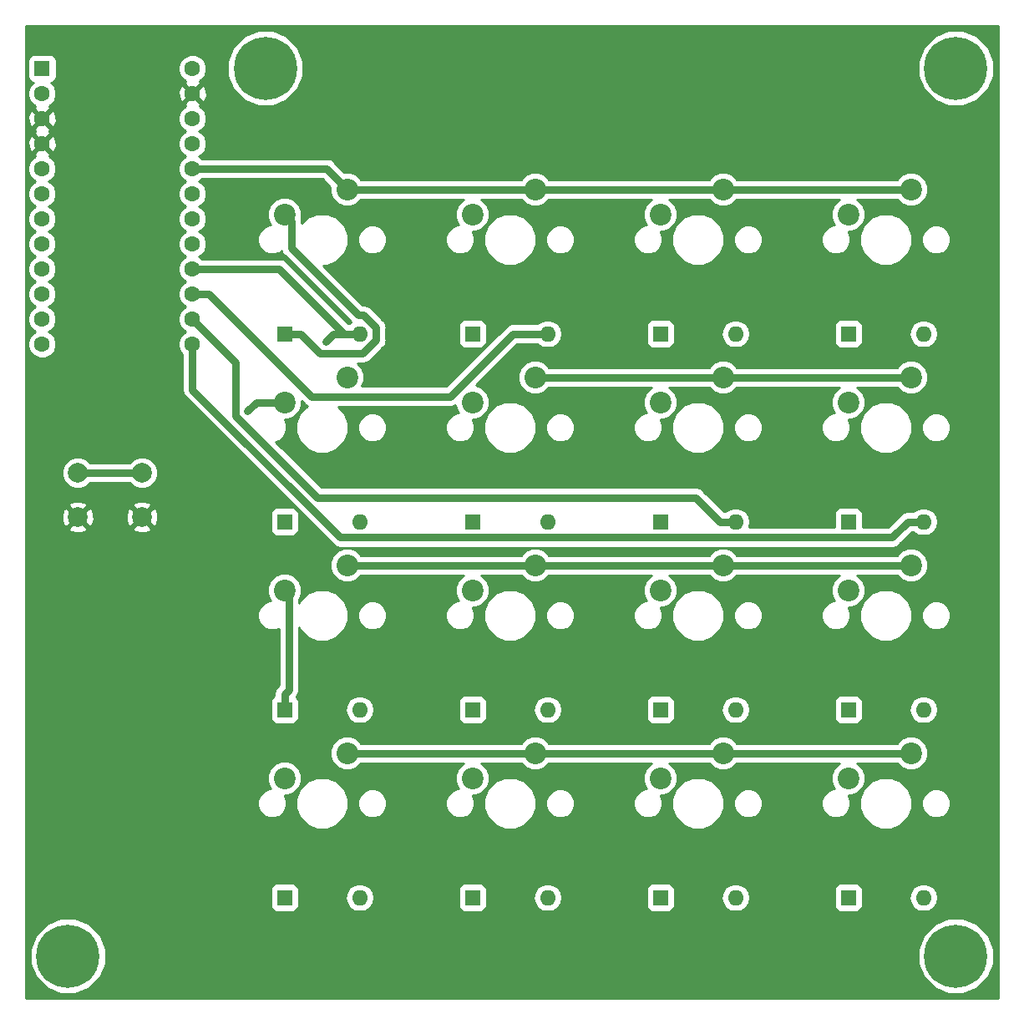
<source format=gtl>
G04 #@! TF.GenerationSoftware,KiCad,Pcbnew,(5.0.0-3-g5ebb6b6)*
G04 #@! TF.CreationDate,2018-09-07T14:59:23+09:00*
G04 #@! TF.ProjectId,macro4x4,6D6163726F3478342E6B696361645F70,rev?*
G04 #@! TF.SameCoordinates,Original*
G04 #@! TF.FileFunction,Copper,L1,Top,Signal*
G04 #@! TF.FilePolarity,Positive*
%FSLAX46Y46*%
G04 Gerber Fmt 4.6, Leading zero omitted, Abs format (unit mm)*
G04 Created by KiCad (PCBNEW (5.0.0-3-g5ebb6b6)) date *
%MOMM*%
%LPD*%
G01*
G04 APERTURE LIST*
G04 #@! TA.AperFunction,ComponentPad*
%ADD10C,6.400000*%
G04 #@! TD*
G04 #@! TA.AperFunction,ComponentPad*
%ADD11R,1.600000X1.600000*%
G04 #@! TD*
G04 #@! TA.AperFunction,ComponentPad*
%ADD12O,1.600000X1.600000*%
G04 #@! TD*
G04 #@! TA.AperFunction,ComponentPad*
%ADD13C,2.200000*%
G04 #@! TD*
G04 #@! TA.AperFunction,ComponentPad*
%ADD14C,1.600000*%
G04 #@! TD*
G04 #@! TA.AperFunction,ComponentPad*
%ADD15C,2.000000*%
G04 #@! TD*
G04 #@! TA.AperFunction,ViaPad*
%ADD16C,0.650000*%
G04 #@! TD*
G04 #@! TA.AperFunction,Conductor*
%ADD17C,0.800000*%
G04 #@! TD*
G04 #@! TA.AperFunction,Conductor*
%ADD18C,0.254000*%
G04 #@! TD*
G04 APERTURE END LIST*
D10*
G04 #@! TO.P,m4,1*
G04 #@! TO.N,N/C*
X135000000Y-145000000D03*
G04 #@! TD*
G04 #@! TO.P,m3,1*
G04 #@! TO.N,N/C*
X135000000Y-55000000D03*
G04 #@! TD*
G04 #@! TO.P,m2,1*
G04 #@! TO.N,N/C*
X45000000Y-145000000D03*
G04 #@! TD*
D11*
G04 #@! TO.P,D1,1*
G04 #@! TO.N,Net-(D1-Pad1)*
X66950000Y-81915000D03*
D12*
G04 #@! TO.P,D1,2*
G04 #@! TO.N,COL0*
X74570000Y-81915000D03*
G04 #@! TD*
G04 #@! TO.P,D2,2*
G04 #@! TO.N,COL1*
X93620000Y-81915000D03*
D11*
G04 #@! TO.P,D2,1*
G04 #@! TO.N,Net-(D2-Pad1)*
X86000000Y-81915000D03*
G04 #@! TD*
G04 #@! TO.P,D3,1*
G04 #@! TO.N,Net-(D3-Pad1)*
X105050000Y-81915000D03*
D12*
G04 #@! TO.P,D3,2*
G04 #@! TO.N,COL2*
X112670000Y-81915000D03*
G04 #@! TD*
D11*
G04 #@! TO.P,D4,1*
G04 #@! TO.N,Net-(D4-Pad1)*
X124100000Y-81915000D03*
D12*
G04 #@! TO.P,D4,2*
G04 #@! TO.N,COL3*
X131720000Y-81915000D03*
G04 #@! TD*
D11*
G04 #@! TO.P,D5,1*
G04 #@! TO.N,Net-(D5-Pad1)*
X66950000Y-100965000D03*
D12*
G04 #@! TO.P,D5,2*
G04 #@! TO.N,COL0*
X74570000Y-100965000D03*
G04 #@! TD*
D11*
G04 #@! TO.P,D6,1*
G04 #@! TO.N,Net-(D6-Pad1)*
X86000000Y-100965000D03*
D12*
G04 #@! TO.P,D6,2*
G04 #@! TO.N,COL1*
X93620000Y-100965000D03*
G04 #@! TD*
G04 #@! TO.P,D7,2*
G04 #@! TO.N,COL2*
X112670000Y-100965000D03*
D11*
G04 #@! TO.P,D7,1*
G04 #@! TO.N,Net-(D7-Pad1)*
X105050000Y-100965000D03*
G04 #@! TD*
D12*
G04 #@! TO.P,D8,2*
G04 #@! TO.N,COL3*
X131720000Y-100965000D03*
D11*
G04 #@! TO.P,D8,1*
G04 #@! TO.N,Net-(D8-Pad1)*
X124100000Y-100965000D03*
G04 #@! TD*
D12*
G04 #@! TO.P,D9,2*
G04 #@! TO.N,COL0*
X74570000Y-120015000D03*
D11*
G04 #@! TO.P,D9,1*
G04 #@! TO.N,Net-(D9-Pad1)*
X66950000Y-120015000D03*
G04 #@! TD*
D12*
G04 #@! TO.P,D10,2*
G04 #@! TO.N,COL1*
X93620000Y-120015000D03*
D11*
G04 #@! TO.P,D10,1*
G04 #@! TO.N,Net-(D10-Pad1)*
X86000000Y-120015000D03*
G04 #@! TD*
G04 #@! TO.P,D11,1*
G04 #@! TO.N,Net-(D11-Pad1)*
X105050000Y-120015000D03*
D12*
G04 #@! TO.P,D11,2*
G04 #@! TO.N,COL2*
X112670000Y-120015000D03*
G04 #@! TD*
D11*
G04 #@! TO.P,D12,1*
G04 #@! TO.N,Net-(D12-Pad1)*
X124100000Y-120015000D03*
D12*
G04 #@! TO.P,D12,2*
G04 #@! TO.N,COL3*
X131720000Y-120015000D03*
G04 #@! TD*
G04 #@! TO.P,D13,2*
G04 #@! TO.N,COL0*
X74570000Y-139065000D03*
D11*
G04 #@! TO.P,D13,1*
G04 #@! TO.N,Net-(D13-Pad1)*
X66950000Y-139065000D03*
G04 #@! TD*
G04 #@! TO.P,D14,1*
G04 #@! TO.N,Net-(D14-Pad1)*
X86000000Y-139065000D03*
D12*
G04 #@! TO.P,D14,2*
G04 #@! TO.N,COL1*
X93620000Y-139065000D03*
G04 #@! TD*
G04 #@! TO.P,D15,2*
G04 #@! TO.N,COL2*
X112670000Y-139065000D03*
D11*
G04 #@! TO.P,D15,1*
G04 #@! TO.N,Net-(D15-Pad1)*
X105050000Y-139065000D03*
G04 #@! TD*
D12*
G04 #@! TO.P,D16,2*
G04 #@! TO.N,COL3*
X131720000Y-139065000D03*
D11*
G04 #@! TO.P,D16,1*
G04 #@! TO.N,Net-(D16-Pad1)*
X124100000Y-139065000D03*
G04 #@! TD*
D13*
G04 #@! TO.P,SW1,1*
G04 #@! TO.N,ROW0*
X73300000Y-67290000D03*
G04 #@! TO.P,SW1,2*
G04 #@! TO.N,Net-(D1-Pad1)*
X66950000Y-69830000D03*
G04 #@! TD*
G04 #@! TO.P,SW2,2*
G04 #@! TO.N,Net-(D2-Pad1)*
X86000000Y-69830000D03*
G04 #@! TO.P,SW2,1*
G04 #@! TO.N,ROW0*
X92350000Y-67290000D03*
G04 #@! TD*
G04 #@! TO.P,SW3,1*
G04 #@! TO.N,ROW0*
X111400000Y-67290000D03*
G04 #@! TO.P,SW3,2*
G04 #@! TO.N,Net-(D3-Pad1)*
X105050000Y-69830000D03*
G04 #@! TD*
G04 #@! TO.P,SW4,1*
G04 #@! TO.N,ROW0*
X130450000Y-67290000D03*
G04 #@! TO.P,SW4,2*
G04 #@! TO.N,Net-(D4-Pad1)*
X124100000Y-69830000D03*
G04 #@! TD*
G04 #@! TO.P,SW5,1*
G04 #@! TO.N,ROW1*
X73300000Y-86340000D03*
G04 #@! TO.P,SW5,2*
G04 #@! TO.N,Net-(D5-Pad1)*
X66950000Y-88880000D03*
G04 #@! TD*
G04 #@! TO.P,SW6,2*
G04 #@! TO.N,Net-(D6-Pad1)*
X86000000Y-88880000D03*
G04 #@! TO.P,SW6,1*
G04 #@! TO.N,ROW1*
X92350000Y-86340000D03*
G04 #@! TD*
G04 #@! TO.P,SW7,2*
G04 #@! TO.N,Net-(D7-Pad1)*
X105050000Y-88880000D03*
G04 #@! TO.P,SW7,1*
G04 #@! TO.N,ROW1*
X111400000Y-86340000D03*
G04 #@! TD*
G04 #@! TO.P,SW8,2*
G04 #@! TO.N,Net-(D8-Pad1)*
X124100000Y-88880000D03*
G04 #@! TO.P,SW8,1*
G04 #@! TO.N,ROW1*
X130450000Y-86340000D03*
G04 #@! TD*
G04 #@! TO.P,SW9,2*
G04 #@! TO.N,Net-(D9-Pad1)*
X66950000Y-107930000D03*
G04 #@! TO.P,SW9,1*
G04 #@! TO.N,ROW2*
X73300000Y-105390000D03*
G04 #@! TD*
G04 #@! TO.P,SW10,2*
G04 #@! TO.N,Net-(D10-Pad1)*
X86000000Y-107930000D03*
G04 #@! TO.P,SW10,1*
G04 #@! TO.N,ROW2*
X92350000Y-105390000D03*
G04 #@! TD*
G04 #@! TO.P,SW11,2*
G04 #@! TO.N,Net-(D11-Pad1)*
X105050000Y-107930000D03*
G04 #@! TO.P,SW11,1*
G04 #@! TO.N,ROW2*
X111400000Y-105390000D03*
G04 #@! TD*
G04 #@! TO.P,SW12,2*
G04 #@! TO.N,Net-(D12-Pad1)*
X124100000Y-107930000D03*
G04 #@! TO.P,SW12,1*
G04 #@! TO.N,ROW2*
X130450000Y-105390000D03*
G04 #@! TD*
G04 #@! TO.P,SW13,1*
G04 #@! TO.N,ROW3*
X73300000Y-124440000D03*
G04 #@! TO.P,SW13,2*
G04 #@! TO.N,Net-(D13-Pad1)*
X66950000Y-126980000D03*
G04 #@! TD*
G04 #@! TO.P,SW14,1*
G04 #@! TO.N,ROW3*
X92350000Y-124440000D03*
G04 #@! TO.P,SW14,2*
G04 #@! TO.N,Net-(D14-Pad1)*
X86000000Y-126980000D03*
G04 #@! TD*
G04 #@! TO.P,SW15,1*
G04 #@! TO.N,ROW3*
X111400000Y-124440000D03*
G04 #@! TO.P,SW15,2*
G04 #@! TO.N,Net-(D15-Pad1)*
X105050000Y-126980000D03*
G04 #@! TD*
G04 #@! TO.P,SW16,1*
G04 #@! TO.N,ROW3*
X130450000Y-124440000D03*
G04 #@! TO.P,SW16,2*
G04 #@! TO.N,Net-(D16-Pad1)*
X124100000Y-126980000D03*
G04 #@! TD*
D11*
G04 #@! TO.P,U1,1*
G04 #@! TO.N,Net-(U1-Pad1)*
X42380000Y-55030000D03*
D14*
G04 #@! TO.P,U1,2*
G04 #@! TO.N,Net-(U1-Pad2)*
X42380000Y-57570000D03*
G04 #@! TO.P,U1,3*
G04 #@! TO.N,GND*
X42380000Y-60110000D03*
G04 #@! TO.P,U1,4*
X42380000Y-62650000D03*
G04 #@! TO.P,U1,5*
G04 #@! TO.N,Net-(U1-Pad5)*
X42380000Y-65190000D03*
G04 #@! TO.P,U1,6*
G04 #@! TO.N,Net-(U1-Pad6)*
X42380000Y-67730000D03*
G04 #@! TO.P,U1,7*
G04 #@! TO.N,Net-(U1-Pad7)*
X42380000Y-70270000D03*
G04 #@! TO.P,U1,8*
G04 #@! TO.N,Net-(U1-Pad8)*
X42380000Y-72810000D03*
G04 #@! TO.P,U1,9*
G04 #@! TO.N,Net-(U1-Pad9)*
X42380000Y-75350000D03*
G04 #@! TO.P,U1,10*
G04 #@! TO.N,Net-(U1-Pad10)*
X42380000Y-77890000D03*
G04 #@! TO.P,U1,11*
G04 #@! TO.N,Net-(U1-Pad11)*
X42380000Y-80430000D03*
G04 #@! TO.P,U1,12*
G04 #@! TO.N,Net-(U1-Pad12)*
X42380000Y-82970000D03*
G04 #@! TO.P,U1,13*
G04 #@! TO.N,COL3*
X57620000Y-82970000D03*
G04 #@! TO.P,U1,14*
G04 #@! TO.N,COL2*
X57620000Y-80430000D03*
G04 #@! TO.P,U1,15*
G04 #@! TO.N,COL1*
X57620000Y-77890000D03*
G04 #@! TO.P,U1,16*
G04 #@! TO.N,COL0*
X57620000Y-75350000D03*
G04 #@! TO.P,U1,17*
G04 #@! TO.N,ROW3*
X57620000Y-72810000D03*
G04 #@! TO.P,U1,18*
G04 #@! TO.N,ROW2*
X57620000Y-70270000D03*
G04 #@! TO.P,U1,19*
G04 #@! TO.N,ROW1*
X57620000Y-67730000D03*
G04 #@! TO.P,U1,20*
G04 #@! TO.N,ROW0*
X57620000Y-65190000D03*
G04 #@! TO.P,U1,21*
G04 #@! TO.N,Net-(U1-Pad21)*
X57620000Y-62650000D03*
G04 #@! TO.P,U1,22*
G04 #@! TO.N,Net-(RST_SW1-Pad1)*
X57620000Y-60110000D03*
G04 #@! TO.P,U1,23*
G04 #@! TO.N,GND*
X57620000Y-57570000D03*
G04 #@! TO.P,U1,24*
G04 #@! TO.N,Net-(U1-Pad24)*
X57620000Y-55030000D03*
G04 #@! TD*
D10*
G04 #@! TO.P,m1,1*
G04 #@! TO.N,N/C*
X65000000Y-55000000D03*
G04 #@! TD*
D15*
G04 #@! TO.P,RST_SW1,2*
G04 #@! TO.N,GND*
X46000000Y-100500000D03*
G04 #@! TO.P,RST_SW1,1*
G04 #@! TO.N,Net-(RST_SW1-Pad1)*
X46000000Y-96000000D03*
G04 #@! TO.P,RST_SW1,2*
G04 #@! TO.N,GND*
X52500000Y-100500000D03*
G04 #@! TO.P,RST_SW1,1*
G04 #@! TO.N,Net-(RST_SW1-Pad1)*
X52500000Y-96000000D03*
G04 #@! TD*
D16*
G04 #@! TO.N,COL0*
X71093200Y-82678300D03*
G04 #@! TO.N,Net-(D5-Pad1)*
X63205900Y-89777100D03*
G04 #@! TD*
D17*
G04 #@! TO.N,Net-(D1-Pad1)*
X68550300Y-81915000D02*
X70513900Y-83878600D01*
X70513900Y-83878600D02*
X74874900Y-83878600D01*
X74874900Y-83878600D02*
X76220100Y-82533400D01*
X76220100Y-82533400D02*
X76220100Y-81293700D01*
X76220100Y-81293700D02*
X74945600Y-80019200D01*
X74945600Y-80019200D02*
X74448600Y-80019200D01*
X74448600Y-80019200D02*
X67645000Y-73215600D01*
X67645000Y-73215600D02*
X67645000Y-70525000D01*
X67645000Y-70525000D02*
X66950000Y-69830000D01*
X66950000Y-81915000D02*
X68550300Y-81915000D01*
G04 #@! TO.N,COL0*
X71093200Y-82678300D02*
X71856500Y-81915000D01*
X71856500Y-81915000D02*
X72969700Y-81915000D01*
X74570000Y-81915000D02*
X72969700Y-81915000D01*
X57620000Y-75350000D02*
X66404700Y-75350000D01*
X66404700Y-75350000D02*
X72969700Y-81915000D01*
G04 #@! TO.N,COL1*
X93620000Y-81915000D02*
X90125000Y-81915000D01*
X90125000Y-81915000D02*
X83762000Y-88278000D01*
X83762000Y-88278000D02*
X69705600Y-88278000D01*
X69705600Y-88278000D02*
X59317600Y-77890000D01*
X59317600Y-77890000D02*
X57620000Y-77890000D01*
G04 #@! TO.N,Net-(D5-Pad1)*
X66950000Y-88880000D02*
X64103000Y-88880000D01*
X64103000Y-88880000D02*
X63205900Y-89777100D01*
G04 #@! TO.N,Net-(D9-Pad1)*
X66950000Y-120015000D02*
X66950000Y-118414700D01*
X66950000Y-107930000D02*
X67384400Y-108364400D01*
X67384400Y-108364400D02*
X67384400Y-117980300D01*
X67384400Y-117980300D02*
X66950000Y-118414700D01*
G04 #@! TO.N,COL2*
X57620000Y-80430000D02*
X62005600Y-84815600D01*
X62005600Y-84815600D02*
X62005600Y-90274300D01*
X62005600Y-90274300D02*
X70246900Y-98515600D01*
X70246900Y-98515600D02*
X108620300Y-98515600D01*
X108620300Y-98515600D02*
X111069700Y-100965000D01*
X112670000Y-100965000D02*
X111069700Y-100965000D01*
G04 #@! TO.N,COL3*
X57620000Y-82970000D02*
X57620000Y-87586200D01*
X57620000Y-87586200D02*
X72599200Y-102565400D01*
X72599200Y-102565400D02*
X128519300Y-102565400D01*
X128519300Y-102565400D02*
X130119700Y-100965000D01*
X131720000Y-100965000D02*
X130119700Y-100965000D01*
G04 #@! TO.N,ROW0*
X57620000Y-65190000D02*
X71200000Y-65190000D01*
X71200000Y-65190000D02*
X73300000Y-67290000D01*
X111400000Y-67290000D02*
X92350000Y-67290000D01*
X130450000Y-67290000D02*
X111400000Y-67290000D01*
X92350000Y-67290000D02*
X73300000Y-67290000D01*
G04 #@! TO.N,ROW1*
X111400000Y-86340000D02*
X92350000Y-86340000D01*
X130450000Y-86340000D02*
X111400000Y-86340000D01*
G04 #@! TO.N,ROW2*
X92350000Y-105390000D02*
X73300000Y-105390000D01*
X111400000Y-105390000D02*
X92350000Y-105390000D01*
X130450000Y-105390000D02*
X111400000Y-105390000D01*
G04 #@! TO.N,ROW3*
X92350000Y-124440000D02*
X73300000Y-124440000D01*
X111400000Y-124440000D02*
X92350000Y-124440000D01*
X130450000Y-124440000D02*
X111400000Y-124440000D01*
G04 #@! TO.N,Net-(RST_SW1-Pad1)*
X52500000Y-96000000D02*
X46000000Y-96000000D01*
G04 #@! TD*
D18*
G04 #@! TO.N,GND*
G36*
X139290001Y-149290000D02*
X40710000Y-149290000D01*
X40710000Y-144237171D01*
X41165000Y-144237171D01*
X41165000Y-145762829D01*
X41748844Y-147172353D01*
X42827647Y-148251156D01*
X44237171Y-148835000D01*
X45762829Y-148835000D01*
X47172353Y-148251156D01*
X48251156Y-147172353D01*
X48835000Y-145762829D01*
X48835000Y-144237171D01*
X131165000Y-144237171D01*
X131165000Y-145762829D01*
X131748844Y-147172353D01*
X132827647Y-148251156D01*
X134237171Y-148835000D01*
X135762829Y-148835000D01*
X137172353Y-148251156D01*
X138251156Y-147172353D01*
X138835000Y-145762829D01*
X138835000Y-144237171D01*
X138251156Y-142827647D01*
X137172353Y-141748844D01*
X135762829Y-141165000D01*
X134237171Y-141165000D01*
X132827647Y-141748844D01*
X131748844Y-142827647D01*
X131165000Y-144237171D01*
X48835000Y-144237171D01*
X48251156Y-142827647D01*
X47172353Y-141748844D01*
X45762829Y-141165000D01*
X44237171Y-141165000D01*
X42827647Y-141748844D01*
X41748844Y-142827647D01*
X41165000Y-144237171D01*
X40710000Y-144237171D01*
X40710000Y-138265000D01*
X65502560Y-138265000D01*
X65502560Y-139865000D01*
X65551843Y-140112765D01*
X65692191Y-140322809D01*
X65902235Y-140463157D01*
X66150000Y-140512440D01*
X67750000Y-140512440D01*
X67997765Y-140463157D01*
X68207809Y-140322809D01*
X68348157Y-140112765D01*
X68397440Y-139865000D01*
X68397440Y-139065000D01*
X73106887Y-139065000D01*
X73218260Y-139624909D01*
X73535423Y-140099577D01*
X74010091Y-140416740D01*
X74428667Y-140500000D01*
X74711333Y-140500000D01*
X75129909Y-140416740D01*
X75604577Y-140099577D01*
X75921740Y-139624909D01*
X76033113Y-139065000D01*
X75921740Y-138505091D01*
X75761317Y-138265000D01*
X84552560Y-138265000D01*
X84552560Y-139865000D01*
X84601843Y-140112765D01*
X84742191Y-140322809D01*
X84952235Y-140463157D01*
X85200000Y-140512440D01*
X86800000Y-140512440D01*
X87047765Y-140463157D01*
X87257809Y-140322809D01*
X87398157Y-140112765D01*
X87447440Y-139865000D01*
X87447440Y-139065000D01*
X92156887Y-139065000D01*
X92268260Y-139624909D01*
X92585423Y-140099577D01*
X93060091Y-140416740D01*
X93478667Y-140500000D01*
X93761333Y-140500000D01*
X94179909Y-140416740D01*
X94654577Y-140099577D01*
X94971740Y-139624909D01*
X95083113Y-139065000D01*
X94971740Y-138505091D01*
X94811317Y-138265000D01*
X103602560Y-138265000D01*
X103602560Y-139865000D01*
X103651843Y-140112765D01*
X103792191Y-140322809D01*
X104002235Y-140463157D01*
X104250000Y-140512440D01*
X105850000Y-140512440D01*
X106097765Y-140463157D01*
X106307809Y-140322809D01*
X106448157Y-140112765D01*
X106497440Y-139865000D01*
X106497440Y-139065000D01*
X111206887Y-139065000D01*
X111318260Y-139624909D01*
X111635423Y-140099577D01*
X112110091Y-140416740D01*
X112528667Y-140500000D01*
X112811333Y-140500000D01*
X113229909Y-140416740D01*
X113704577Y-140099577D01*
X114021740Y-139624909D01*
X114133113Y-139065000D01*
X114021740Y-138505091D01*
X113861317Y-138265000D01*
X122652560Y-138265000D01*
X122652560Y-139865000D01*
X122701843Y-140112765D01*
X122842191Y-140322809D01*
X123052235Y-140463157D01*
X123300000Y-140512440D01*
X124900000Y-140512440D01*
X125147765Y-140463157D01*
X125357809Y-140322809D01*
X125498157Y-140112765D01*
X125547440Y-139865000D01*
X125547440Y-139065000D01*
X130256887Y-139065000D01*
X130368260Y-139624909D01*
X130685423Y-140099577D01*
X131160091Y-140416740D01*
X131578667Y-140500000D01*
X131861333Y-140500000D01*
X132279909Y-140416740D01*
X132754577Y-140099577D01*
X133071740Y-139624909D01*
X133183113Y-139065000D01*
X133071740Y-138505091D01*
X132754577Y-138030423D01*
X132279909Y-137713260D01*
X131861333Y-137630000D01*
X131578667Y-137630000D01*
X131160091Y-137713260D01*
X130685423Y-138030423D01*
X130368260Y-138505091D01*
X130256887Y-139065000D01*
X125547440Y-139065000D01*
X125547440Y-138265000D01*
X125498157Y-138017235D01*
X125357809Y-137807191D01*
X125147765Y-137666843D01*
X124900000Y-137617560D01*
X123300000Y-137617560D01*
X123052235Y-137666843D01*
X122842191Y-137807191D01*
X122701843Y-138017235D01*
X122652560Y-138265000D01*
X113861317Y-138265000D01*
X113704577Y-138030423D01*
X113229909Y-137713260D01*
X112811333Y-137630000D01*
X112528667Y-137630000D01*
X112110091Y-137713260D01*
X111635423Y-138030423D01*
X111318260Y-138505091D01*
X111206887Y-139065000D01*
X106497440Y-139065000D01*
X106497440Y-138265000D01*
X106448157Y-138017235D01*
X106307809Y-137807191D01*
X106097765Y-137666843D01*
X105850000Y-137617560D01*
X104250000Y-137617560D01*
X104002235Y-137666843D01*
X103792191Y-137807191D01*
X103651843Y-138017235D01*
X103602560Y-138265000D01*
X94811317Y-138265000D01*
X94654577Y-138030423D01*
X94179909Y-137713260D01*
X93761333Y-137630000D01*
X93478667Y-137630000D01*
X93060091Y-137713260D01*
X92585423Y-138030423D01*
X92268260Y-138505091D01*
X92156887Y-139065000D01*
X87447440Y-139065000D01*
X87447440Y-138265000D01*
X87398157Y-138017235D01*
X87257809Y-137807191D01*
X87047765Y-137666843D01*
X86800000Y-137617560D01*
X85200000Y-137617560D01*
X84952235Y-137666843D01*
X84742191Y-137807191D01*
X84601843Y-138017235D01*
X84552560Y-138265000D01*
X75761317Y-138265000D01*
X75604577Y-138030423D01*
X75129909Y-137713260D01*
X74711333Y-137630000D01*
X74428667Y-137630000D01*
X74010091Y-137713260D01*
X73535423Y-138030423D01*
X73218260Y-138505091D01*
X73106887Y-139065000D01*
X68397440Y-139065000D01*
X68397440Y-138265000D01*
X68348157Y-138017235D01*
X68207809Y-137807191D01*
X67997765Y-137666843D01*
X67750000Y-137617560D01*
X66150000Y-137617560D01*
X65902235Y-137666843D01*
X65692191Y-137807191D01*
X65551843Y-138017235D01*
X65502560Y-138265000D01*
X40710000Y-138265000D01*
X40710000Y-129224615D01*
X64195000Y-129224615D01*
X64195000Y-129815385D01*
X64421078Y-130361185D01*
X64838815Y-130778922D01*
X65384615Y-131005000D01*
X65975385Y-131005000D01*
X66521185Y-130778922D01*
X66938922Y-130361185D01*
X67165000Y-129815385D01*
X67165000Y-129224615D01*
X67070249Y-128995866D01*
X68125000Y-128995866D01*
X68125000Y-130044134D01*
X68526155Y-131012608D01*
X69267392Y-131753845D01*
X70235866Y-132155000D01*
X71284134Y-132155000D01*
X72252608Y-131753845D01*
X72993845Y-131012608D01*
X73395000Y-130044134D01*
X73395000Y-129224615D01*
X74355000Y-129224615D01*
X74355000Y-129815385D01*
X74581078Y-130361185D01*
X74998815Y-130778922D01*
X75544615Y-131005000D01*
X76135385Y-131005000D01*
X76681185Y-130778922D01*
X77098922Y-130361185D01*
X77325000Y-129815385D01*
X77325000Y-129224615D01*
X77098922Y-128678815D01*
X76681185Y-128261078D01*
X76135385Y-128035000D01*
X75544615Y-128035000D01*
X74998815Y-128261078D01*
X74581078Y-128678815D01*
X74355000Y-129224615D01*
X73395000Y-129224615D01*
X73395000Y-128995866D01*
X72993845Y-128027392D01*
X72252608Y-127286155D01*
X71284134Y-126885000D01*
X70235866Y-126885000D01*
X69267392Y-127286155D01*
X68526155Y-128027392D01*
X68125000Y-128995866D01*
X67070249Y-128995866D01*
X66953910Y-128715000D01*
X67295113Y-128715000D01*
X67932799Y-128450862D01*
X68420862Y-127962799D01*
X68685000Y-127325113D01*
X68685000Y-126634887D01*
X68420862Y-125997201D01*
X67932799Y-125509138D01*
X67295113Y-125245000D01*
X66604887Y-125245000D01*
X65967201Y-125509138D01*
X65479138Y-125997201D01*
X65215000Y-126634887D01*
X65215000Y-127325113D01*
X65479138Y-127962799D01*
X65551339Y-128035000D01*
X65384615Y-128035000D01*
X64838815Y-128261078D01*
X64421078Y-128678815D01*
X64195000Y-129224615D01*
X40710000Y-129224615D01*
X40710000Y-124094887D01*
X71565000Y-124094887D01*
X71565000Y-124785113D01*
X71829138Y-125422799D01*
X72317201Y-125910862D01*
X72954887Y-126175000D01*
X73645113Y-126175000D01*
X74282799Y-125910862D01*
X74718661Y-125475000D01*
X85099617Y-125475000D01*
X85017201Y-125509138D01*
X84529138Y-125997201D01*
X84265000Y-126634887D01*
X84265000Y-127325113D01*
X84529138Y-127962799D01*
X84601339Y-128035000D01*
X84434615Y-128035000D01*
X83888815Y-128261078D01*
X83471078Y-128678815D01*
X83245000Y-129224615D01*
X83245000Y-129815385D01*
X83471078Y-130361185D01*
X83888815Y-130778922D01*
X84434615Y-131005000D01*
X85025385Y-131005000D01*
X85571185Y-130778922D01*
X85988922Y-130361185D01*
X86215000Y-129815385D01*
X86215000Y-129224615D01*
X86120249Y-128995866D01*
X87175000Y-128995866D01*
X87175000Y-130044134D01*
X87576155Y-131012608D01*
X88317392Y-131753845D01*
X89285866Y-132155000D01*
X90334134Y-132155000D01*
X91302608Y-131753845D01*
X92043845Y-131012608D01*
X92445000Y-130044134D01*
X92445000Y-129224615D01*
X93405000Y-129224615D01*
X93405000Y-129815385D01*
X93631078Y-130361185D01*
X94048815Y-130778922D01*
X94594615Y-131005000D01*
X95185385Y-131005000D01*
X95731185Y-130778922D01*
X96148922Y-130361185D01*
X96375000Y-129815385D01*
X96375000Y-129224615D01*
X96148922Y-128678815D01*
X95731185Y-128261078D01*
X95185385Y-128035000D01*
X94594615Y-128035000D01*
X94048815Y-128261078D01*
X93631078Y-128678815D01*
X93405000Y-129224615D01*
X92445000Y-129224615D01*
X92445000Y-128995866D01*
X92043845Y-128027392D01*
X91302608Y-127286155D01*
X90334134Y-126885000D01*
X89285866Y-126885000D01*
X88317392Y-127286155D01*
X87576155Y-128027392D01*
X87175000Y-128995866D01*
X86120249Y-128995866D01*
X86003910Y-128715000D01*
X86345113Y-128715000D01*
X86982799Y-128450862D01*
X87470862Y-127962799D01*
X87735000Y-127325113D01*
X87735000Y-126634887D01*
X87470862Y-125997201D01*
X86982799Y-125509138D01*
X86900383Y-125475000D01*
X90931339Y-125475000D01*
X91367201Y-125910862D01*
X92004887Y-126175000D01*
X92695113Y-126175000D01*
X93332799Y-125910862D01*
X93768661Y-125475000D01*
X104149617Y-125475000D01*
X104067201Y-125509138D01*
X103579138Y-125997201D01*
X103315000Y-126634887D01*
X103315000Y-127325113D01*
X103579138Y-127962799D01*
X103651339Y-128035000D01*
X103484615Y-128035000D01*
X102938815Y-128261078D01*
X102521078Y-128678815D01*
X102295000Y-129224615D01*
X102295000Y-129815385D01*
X102521078Y-130361185D01*
X102938815Y-130778922D01*
X103484615Y-131005000D01*
X104075385Y-131005000D01*
X104621185Y-130778922D01*
X105038922Y-130361185D01*
X105265000Y-129815385D01*
X105265000Y-129224615D01*
X105170249Y-128995866D01*
X106225000Y-128995866D01*
X106225000Y-130044134D01*
X106626155Y-131012608D01*
X107367392Y-131753845D01*
X108335866Y-132155000D01*
X109384134Y-132155000D01*
X110352608Y-131753845D01*
X111093845Y-131012608D01*
X111495000Y-130044134D01*
X111495000Y-129224615D01*
X112455000Y-129224615D01*
X112455000Y-129815385D01*
X112681078Y-130361185D01*
X113098815Y-130778922D01*
X113644615Y-131005000D01*
X114235385Y-131005000D01*
X114781185Y-130778922D01*
X115198922Y-130361185D01*
X115425000Y-129815385D01*
X115425000Y-129224615D01*
X115198922Y-128678815D01*
X114781185Y-128261078D01*
X114235385Y-128035000D01*
X113644615Y-128035000D01*
X113098815Y-128261078D01*
X112681078Y-128678815D01*
X112455000Y-129224615D01*
X111495000Y-129224615D01*
X111495000Y-128995866D01*
X111093845Y-128027392D01*
X110352608Y-127286155D01*
X109384134Y-126885000D01*
X108335866Y-126885000D01*
X107367392Y-127286155D01*
X106626155Y-128027392D01*
X106225000Y-128995866D01*
X105170249Y-128995866D01*
X105053910Y-128715000D01*
X105395113Y-128715000D01*
X106032799Y-128450862D01*
X106520862Y-127962799D01*
X106785000Y-127325113D01*
X106785000Y-126634887D01*
X106520862Y-125997201D01*
X106032799Y-125509138D01*
X105950383Y-125475000D01*
X109981339Y-125475000D01*
X110417201Y-125910862D01*
X111054887Y-126175000D01*
X111745113Y-126175000D01*
X112382799Y-125910862D01*
X112818661Y-125475000D01*
X123199617Y-125475000D01*
X123117201Y-125509138D01*
X122629138Y-125997201D01*
X122365000Y-126634887D01*
X122365000Y-127325113D01*
X122629138Y-127962799D01*
X122701339Y-128035000D01*
X122534615Y-128035000D01*
X121988815Y-128261078D01*
X121571078Y-128678815D01*
X121345000Y-129224615D01*
X121345000Y-129815385D01*
X121571078Y-130361185D01*
X121988815Y-130778922D01*
X122534615Y-131005000D01*
X123125385Y-131005000D01*
X123671185Y-130778922D01*
X124088922Y-130361185D01*
X124315000Y-129815385D01*
X124315000Y-129224615D01*
X124220249Y-128995866D01*
X125275000Y-128995866D01*
X125275000Y-130044134D01*
X125676155Y-131012608D01*
X126417392Y-131753845D01*
X127385866Y-132155000D01*
X128434134Y-132155000D01*
X129402608Y-131753845D01*
X130143845Y-131012608D01*
X130545000Y-130044134D01*
X130545000Y-129224615D01*
X131505000Y-129224615D01*
X131505000Y-129815385D01*
X131731078Y-130361185D01*
X132148815Y-130778922D01*
X132694615Y-131005000D01*
X133285385Y-131005000D01*
X133831185Y-130778922D01*
X134248922Y-130361185D01*
X134475000Y-129815385D01*
X134475000Y-129224615D01*
X134248922Y-128678815D01*
X133831185Y-128261078D01*
X133285385Y-128035000D01*
X132694615Y-128035000D01*
X132148815Y-128261078D01*
X131731078Y-128678815D01*
X131505000Y-129224615D01*
X130545000Y-129224615D01*
X130545000Y-128995866D01*
X130143845Y-128027392D01*
X129402608Y-127286155D01*
X128434134Y-126885000D01*
X127385866Y-126885000D01*
X126417392Y-127286155D01*
X125676155Y-128027392D01*
X125275000Y-128995866D01*
X124220249Y-128995866D01*
X124103910Y-128715000D01*
X124445113Y-128715000D01*
X125082799Y-128450862D01*
X125570862Y-127962799D01*
X125835000Y-127325113D01*
X125835000Y-126634887D01*
X125570862Y-125997201D01*
X125082799Y-125509138D01*
X125000383Y-125475000D01*
X129031339Y-125475000D01*
X129467201Y-125910862D01*
X130104887Y-126175000D01*
X130795113Y-126175000D01*
X131432799Y-125910862D01*
X131920862Y-125422799D01*
X132185000Y-124785113D01*
X132185000Y-124094887D01*
X131920862Y-123457201D01*
X131432799Y-122969138D01*
X130795113Y-122705000D01*
X130104887Y-122705000D01*
X129467201Y-122969138D01*
X129031339Y-123405000D01*
X112818661Y-123405000D01*
X112382799Y-122969138D01*
X111745113Y-122705000D01*
X111054887Y-122705000D01*
X110417201Y-122969138D01*
X109981339Y-123405000D01*
X93768661Y-123405000D01*
X93332799Y-122969138D01*
X92695113Y-122705000D01*
X92004887Y-122705000D01*
X91367201Y-122969138D01*
X90931339Y-123405000D01*
X74718661Y-123405000D01*
X74282799Y-122969138D01*
X73645113Y-122705000D01*
X72954887Y-122705000D01*
X72317201Y-122969138D01*
X71829138Y-123457201D01*
X71565000Y-124094887D01*
X40710000Y-124094887D01*
X40710000Y-110174615D01*
X64195000Y-110174615D01*
X64195000Y-110765385D01*
X64421078Y-111311185D01*
X64838815Y-111728922D01*
X65384615Y-111955000D01*
X65975385Y-111955000D01*
X66349400Y-111800078D01*
X66349401Y-117551589D01*
X66290225Y-117610765D01*
X66203808Y-117668507D01*
X66146066Y-117754924D01*
X65975052Y-118010864D01*
X65894724Y-118414700D01*
X65915001Y-118516639D01*
X65915001Y-118614304D01*
X65902235Y-118616843D01*
X65692191Y-118757191D01*
X65551843Y-118967235D01*
X65502560Y-119215000D01*
X65502560Y-120815000D01*
X65551843Y-121062765D01*
X65692191Y-121272809D01*
X65902235Y-121413157D01*
X66150000Y-121462440D01*
X67750000Y-121462440D01*
X67997765Y-121413157D01*
X68207809Y-121272809D01*
X68348157Y-121062765D01*
X68397440Y-120815000D01*
X68397440Y-120015000D01*
X73106887Y-120015000D01*
X73218260Y-120574909D01*
X73535423Y-121049577D01*
X74010091Y-121366740D01*
X74428667Y-121450000D01*
X74711333Y-121450000D01*
X75129909Y-121366740D01*
X75604577Y-121049577D01*
X75921740Y-120574909D01*
X76033113Y-120015000D01*
X75921740Y-119455091D01*
X75761317Y-119215000D01*
X84552560Y-119215000D01*
X84552560Y-120815000D01*
X84601843Y-121062765D01*
X84742191Y-121272809D01*
X84952235Y-121413157D01*
X85200000Y-121462440D01*
X86800000Y-121462440D01*
X87047765Y-121413157D01*
X87257809Y-121272809D01*
X87398157Y-121062765D01*
X87447440Y-120815000D01*
X87447440Y-120015000D01*
X92156887Y-120015000D01*
X92268260Y-120574909D01*
X92585423Y-121049577D01*
X93060091Y-121366740D01*
X93478667Y-121450000D01*
X93761333Y-121450000D01*
X94179909Y-121366740D01*
X94654577Y-121049577D01*
X94971740Y-120574909D01*
X95083113Y-120015000D01*
X94971740Y-119455091D01*
X94811317Y-119215000D01*
X103602560Y-119215000D01*
X103602560Y-120815000D01*
X103651843Y-121062765D01*
X103792191Y-121272809D01*
X104002235Y-121413157D01*
X104250000Y-121462440D01*
X105850000Y-121462440D01*
X106097765Y-121413157D01*
X106307809Y-121272809D01*
X106448157Y-121062765D01*
X106497440Y-120815000D01*
X106497440Y-120015000D01*
X111206887Y-120015000D01*
X111318260Y-120574909D01*
X111635423Y-121049577D01*
X112110091Y-121366740D01*
X112528667Y-121450000D01*
X112811333Y-121450000D01*
X113229909Y-121366740D01*
X113704577Y-121049577D01*
X114021740Y-120574909D01*
X114133113Y-120015000D01*
X114021740Y-119455091D01*
X113861317Y-119215000D01*
X122652560Y-119215000D01*
X122652560Y-120815000D01*
X122701843Y-121062765D01*
X122842191Y-121272809D01*
X123052235Y-121413157D01*
X123300000Y-121462440D01*
X124900000Y-121462440D01*
X125147765Y-121413157D01*
X125357809Y-121272809D01*
X125498157Y-121062765D01*
X125547440Y-120815000D01*
X125547440Y-120015000D01*
X130256887Y-120015000D01*
X130368260Y-120574909D01*
X130685423Y-121049577D01*
X131160091Y-121366740D01*
X131578667Y-121450000D01*
X131861333Y-121450000D01*
X132279909Y-121366740D01*
X132754577Y-121049577D01*
X133071740Y-120574909D01*
X133183113Y-120015000D01*
X133071740Y-119455091D01*
X132754577Y-118980423D01*
X132279909Y-118663260D01*
X131861333Y-118580000D01*
X131578667Y-118580000D01*
X131160091Y-118663260D01*
X130685423Y-118980423D01*
X130368260Y-119455091D01*
X130256887Y-120015000D01*
X125547440Y-120015000D01*
X125547440Y-119215000D01*
X125498157Y-118967235D01*
X125357809Y-118757191D01*
X125147765Y-118616843D01*
X124900000Y-118567560D01*
X123300000Y-118567560D01*
X123052235Y-118616843D01*
X122842191Y-118757191D01*
X122701843Y-118967235D01*
X122652560Y-119215000D01*
X113861317Y-119215000D01*
X113704577Y-118980423D01*
X113229909Y-118663260D01*
X112811333Y-118580000D01*
X112528667Y-118580000D01*
X112110091Y-118663260D01*
X111635423Y-118980423D01*
X111318260Y-119455091D01*
X111206887Y-120015000D01*
X106497440Y-120015000D01*
X106497440Y-119215000D01*
X106448157Y-118967235D01*
X106307809Y-118757191D01*
X106097765Y-118616843D01*
X105850000Y-118567560D01*
X104250000Y-118567560D01*
X104002235Y-118616843D01*
X103792191Y-118757191D01*
X103651843Y-118967235D01*
X103602560Y-119215000D01*
X94811317Y-119215000D01*
X94654577Y-118980423D01*
X94179909Y-118663260D01*
X93761333Y-118580000D01*
X93478667Y-118580000D01*
X93060091Y-118663260D01*
X92585423Y-118980423D01*
X92268260Y-119455091D01*
X92156887Y-120015000D01*
X87447440Y-120015000D01*
X87447440Y-119215000D01*
X87398157Y-118967235D01*
X87257809Y-118757191D01*
X87047765Y-118616843D01*
X86800000Y-118567560D01*
X85200000Y-118567560D01*
X84952235Y-118616843D01*
X84742191Y-118757191D01*
X84601843Y-118967235D01*
X84552560Y-119215000D01*
X75761317Y-119215000D01*
X75604577Y-118980423D01*
X75129909Y-118663260D01*
X74711333Y-118580000D01*
X74428667Y-118580000D01*
X74010091Y-118663260D01*
X73535423Y-118980423D01*
X73218260Y-119455091D01*
X73106887Y-120015000D01*
X68397440Y-120015000D01*
X68397440Y-119215000D01*
X68348157Y-118967235D01*
X68207809Y-118757191D01*
X68140246Y-118712046D01*
X68359348Y-118384137D01*
X68419400Y-118082235D01*
X68419400Y-118082230D01*
X68439675Y-117980301D01*
X68419400Y-117878371D01*
X68419400Y-111704879D01*
X68526155Y-111962608D01*
X69267392Y-112703845D01*
X70235866Y-113105000D01*
X71284134Y-113105000D01*
X72252608Y-112703845D01*
X72993845Y-111962608D01*
X73395000Y-110994134D01*
X73395000Y-110174615D01*
X74355000Y-110174615D01*
X74355000Y-110765385D01*
X74581078Y-111311185D01*
X74998815Y-111728922D01*
X75544615Y-111955000D01*
X76135385Y-111955000D01*
X76681185Y-111728922D01*
X77098922Y-111311185D01*
X77325000Y-110765385D01*
X77325000Y-110174615D01*
X77098922Y-109628815D01*
X76681185Y-109211078D01*
X76135385Y-108985000D01*
X75544615Y-108985000D01*
X74998815Y-109211078D01*
X74581078Y-109628815D01*
X74355000Y-110174615D01*
X73395000Y-110174615D01*
X73395000Y-109945866D01*
X72993845Y-108977392D01*
X72252608Y-108236155D01*
X71284134Y-107835000D01*
X70235866Y-107835000D01*
X69267392Y-108236155D01*
X68526155Y-108977392D01*
X68419400Y-109235121D01*
X68419400Y-108914261D01*
X68420862Y-108912799D01*
X68685000Y-108275113D01*
X68685000Y-107584887D01*
X68420862Y-106947201D01*
X67932799Y-106459138D01*
X67295113Y-106195000D01*
X66604887Y-106195000D01*
X65967201Y-106459138D01*
X65479138Y-106947201D01*
X65215000Y-107584887D01*
X65215000Y-108275113D01*
X65479138Y-108912799D01*
X65551339Y-108985000D01*
X65384615Y-108985000D01*
X64838815Y-109211078D01*
X64421078Y-109628815D01*
X64195000Y-110174615D01*
X40710000Y-110174615D01*
X40710000Y-105044887D01*
X71565000Y-105044887D01*
X71565000Y-105735113D01*
X71829138Y-106372799D01*
X72317201Y-106860862D01*
X72954887Y-107125000D01*
X73645113Y-107125000D01*
X74282799Y-106860862D01*
X74718661Y-106425000D01*
X85099617Y-106425000D01*
X85017201Y-106459138D01*
X84529138Y-106947201D01*
X84265000Y-107584887D01*
X84265000Y-108275113D01*
X84529138Y-108912799D01*
X84601339Y-108985000D01*
X84434615Y-108985000D01*
X83888815Y-109211078D01*
X83471078Y-109628815D01*
X83245000Y-110174615D01*
X83245000Y-110765385D01*
X83471078Y-111311185D01*
X83888815Y-111728922D01*
X84434615Y-111955000D01*
X85025385Y-111955000D01*
X85571185Y-111728922D01*
X85988922Y-111311185D01*
X86215000Y-110765385D01*
X86215000Y-110174615D01*
X86120249Y-109945866D01*
X87175000Y-109945866D01*
X87175000Y-110994134D01*
X87576155Y-111962608D01*
X88317392Y-112703845D01*
X89285866Y-113105000D01*
X90334134Y-113105000D01*
X91302608Y-112703845D01*
X92043845Y-111962608D01*
X92445000Y-110994134D01*
X92445000Y-110174615D01*
X93405000Y-110174615D01*
X93405000Y-110765385D01*
X93631078Y-111311185D01*
X94048815Y-111728922D01*
X94594615Y-111955000D01*
X95185385Y-111955000D01*
X95731185Y-111728922D01*
X96148922Y-111311185D01*
X96375000Y-110765385D01*
X96375000Y-110174615D01*
X96148922Y-109628815D01*
X95731185Y-109211078D01*
X95185385Y-108985000D01*
X94594615Y-108985000D01*
X94048815Y-109211078D01*
X93631078Y-109628815D01*
X93405000Y-110174615D01*
X92445000Y-110174615D01*
X92445000Y-109945866D01*
X92043845Y-108977392D01*
X91302608Y-108236155D01*
X90334134Y-107835000D01*
X89285866Y-107835000D01*
X88317392Y-108236155D01*
X87576155Y-108977392D01*
X87175000Y-109945866D01*
X86120249Y-109945866D01*
X86003910Y-109665000D01*
X86345113Y-109665000D01*
X86982799Y-109400862D01*
X87470862Y-108912799D01*
X87735000Y-108275113D01*
X87735000Y-107584887D01*
X87470862Y-106947201D01*
X86982799Y-106459138D01*
X86900383Y-106425000D01*
X90931339Y-106425000D01*
X91367201Y-106860862D01*
X92004887Y-107125000D01*
X92695113Y-107125000D01*
X93332799Y-106860862D01*
X93768661Y-106425000D01*
X104149617Y-106425000D01*
X104067201Y-106459138D01*
X103579138Y-106947201D01*
X103315000Y-107584887D01*
X103315000Y-108275113D01*
X103579138Y-108912799D01*
X103651339Y-108985000D01*
X103484615Y-108985000D01*
X102938815Y-109211078D01*
X102521078Y-109628815D01*
X102295000Y-110174615D01*
X102295000Y-110765385D01*
X102521078Y-111311185D01*
X102938815Y-111728922D01*
X103484615Y-111955000D01*
X104075385Y-111955000D01*
X104621185Y-111728922D01*
X105038922Y-111311185D01*
X105265000Y-110765385D01*
X105265000Y-110174615D01*
X105170249Y-109945866D01*
X106225000Y-109945866D01*
X106225000Y-110994134D01*
X106626155Y-111962608D01*
X107367392Y-112703845D01*
X108335866Y-113105000D01*
X109384134Y-113105000D01*
X110352608Y-112703845D01*
X111093845Y-111962608D01*
X111495000Y-110994134D01*
X111495000Y-110174615D01*
X112455000Y-110174615D01*
X112455000Y-110765385D01*
X112681078Y-111311185D01*
X113098815Y-111728922D01*
X113644615Y-111955000D01*
X114235385Y-111955000D01*
X114781185Y-111728922D01*
X115198922Y-111311185D01*
X115425000Y-110765385D01*
X115425000Y-110174615D01*
X115198922Y-109628815D01*
X114781185Y-109211078D01*
X114235385Y-108985000D01*
X113644615Y-108985000D01*
X113098815Y-109211078D01*
X112681078Y-109628815D01*
X112455000Y-110174615D01*
X111495000Y-110174615D01*
X111495000Y-109945866D01*
X111093845Y-108977392D01*
X110352608Y-108236155D01*
X109384134Y-107835000D01*
X108335866Y-107835000D01*
X107367392Y-108236155D01*
X106626155Y-108977392D01*
X106225000Y-109945866D01*
X105170249Y-109945866D01*
X105053910Y-109665000D01*
X105395113Y-109665000D01*
X106032799Y-109400862D01*
X106520862Y-108912799D01*
X106785000Y-108275113D01*
X106785000Y-107584887D01*
X106520862Y-106947201D01*
X106032799Y-106459138D01*
X105950383Y-106425000D01*
X109981339Y-106425000D01*
X110417201Y-106860862D01*
X111054887Y-107125000D01*
X111745113Y-107125000D01*
X112382799Y-106860862D01*
X112818661Y-106425000D01*
X123199617Y-106425000D01*
X123117201Y-106459138D01*
X122629138Y-106947201D01*
X122365000Y-107584887D01*
X122365000Y-108275113D01*
X122629138Y-108912799D01*
X122701339Y-108985000D01*
X122534615Y-108985000D01*
X121988815Y-109211078D01*
X121571078Y-109628815D01*
X121345000Y-110174615D01*
X121345000Y-110765385D01*
X121571078Y-111311185D01*
X121988815Y-111728922D01*
X122534615Y-111955000D01*
X123125385Y-111955000D01*
X123671185Y-111728922D01*
X124088922Y-111311185D01*
X124315000Y-110765385D01*
X124315000Y-110174615D01*
X124220249Y-109945866D01*
X125275000Y-109945866D01*
X125275000Y-110994134D01*
X125676155Y-111962608D01*
X126417392Y-112703845D01*
X127385866Y-113105000D01*
X128434134Y-113105000D01*
X129402608Y-112703845D01*
X130143845Y-111962608D01*
X130545000Y-110994134D01*
X130545000Y-110174615D01*
X131505000Y-110174615D01*
X131505000Y-110765385D01*
X131731078Y-111311185D01*
X132148815Y-111728922D01*
X132694615Y-111955000D01*
X133285385Y-111955000D01*
X133831185Y-111728922D01*
X134248922Y-111311185D01*
X134475000Y-110765385D01*
X134475000Y-110174615D01*
X134248922Y-109628815D01*
X133831185Y-109211078D01*
X133285385Y-108985000D01*
X132694615Y-108985000D01*
X132148815Y-109211078D01*
X131731078Y-109628815D01*
X131505000Y-110174615D01*
X130545000Y-110174615D01*
X130545000Y-109945866D01*
X130143845Y-108977392D01*
X129402608Y-108236155D01*
X128434134Y-107835000D01*
X127385866Y-107835000D01*
X126417392Y-108236155D01*
X125676155Y-108977392D01*
X125275000Y-109945866D01*
X124220249Y-109945866D01*
X124103910Y-109665000D01*
X124445113Y-109665000D01*
X125082799Y-109400862D01*
X125570862Y-108912799D01*
X125835000Y-108275113D01*
X125835000Y-107584887D01*
X125570862Y-106947201D01*
X125082799Y-106459138D01*
X125000383Y-106425000D01*
X129031339Y-106425000D01*
X129467201Y-106860862D01*
X130104887Y-107125000D01*
X130795113Y-107125000D01*
X131432799Y-106860862D01*
X131920862Y-106372799D01*
X132185000Y-105735113D01*
X132185000Y-105044887D01*
X131920862Y-104407201D01*
X131432799Y-103919138D01*
X130795113Y-103655000D01*
X130104887Y-103655000D01*
X129467201Y-103919138D01*
X129031339Y-104355000D01*
X112818661Y-104355000D01*
X112382799Y-103919138D01*
X111745113Y-103655000D01*
X111054887Y-103655000D01*
X110417201Y-103919138D01*
X109981339Y-104355000D01*
X93768661Y-104355000D01*
X93332799Y-103919138D01*
X92695113Y-103655000D01*
X92004887Y-103655000D01*
X91367201Y-103919138D01*
X90931339Y-104355000D01*
X74718661Y-104355000D01*
X74282799Y-103919138D01*
X73645113Y-103655000D01*
X72954887Y-103655000D01*
X72317201Y-103919138D01*
X71829138Y-104407201D01*
X71565000Y-105044887D01*
X40710000Y-105044887D01*
X40710000Y-101652532D01*
X45027073Y-101652532D01*
X45125736Y-101919387D01*
X45735461Y-102145908D01*
X46385460Y-102121856D01*
X46874264Y-101919387D01*
X46972927Y-101652532D01*
X51527073Y-101652532D01*
X51625736Y-101919387D01*
X52235461Y-102145908D01*
X52885460Y-102121856D01*
X53374264Y-101919387D01*
X53472927Y-101652532D01*
X52500000Y-100679605D01*
X51527073Y-101652532D01*
X46972927Y-101652532D01*
X46000000Y-100679605D01*
X45027073Y-101652532D01*
X40710000Y-101652532D01*
X40710000Y-100235461D01*
X44354092Y-100235461D01*
X44378144Y-100885460D01*
X44580613Y-101374264D01*
X44847468Y-101472927D01*
X45820395Y-100500000D01*
X46179605Y-100500000D01*
X47152532Y-101472927D01*
X47419387Y-101374264D01*
X47645908Y-100764539D01*
X47626331Y-100235461D01*
X50854092Y-100235461D01*
X50878144Y-100885460D01*
X51080613Y-101374264D01*
X51347468Y-101472927D01*
X52320395Y-100500000D01*
X52679605Y-100500000D01*
X53652532Y-101472927D01*
X53919387Y-101374264D01*
X54145908Y-100764539D01*
X54123724Y-100165000D01*
X65502560Y-100165000D01*
X65502560Y-101765000D01*
X65551843Y-102012765D01*
X65692191Y-102222809D01*
X65902235Y-102363157D01*
X66150000Y-102412440D01*
X67750000Y-102412440D01*
X67997765Y-102363157D01*
X68207809Y-102222809D01*
X68348157Y-102012765D01*
X68397440Y-101765000D01*
X68397440Y-100165000D01*
X68348157Y-99917235D01*
X68207809Y-99707191D01*
X67997765Y-99566843D01*
X67750000Y-99517560D01*
X66150000Y-99517560D01*
X65902235Y-99566843D01*
X65692191Y-99707191D01*
X65551843Y-99917235D01*
X65502560Y-100165000D01*
X54123724Y-100165000D01*
X54121856Y-100114540D01*
X53919387Y-99625736D01*
X53652532Y-99527073D01*
X52679605Y-100500000D01*
X52320395Y-100500000D01*
X51347468Y-99527073D01*
X51080613Y-99625736D01*
X50854092Y-100235461D01*
X47626331Y-100235461D01*
X47621856Y-100114540D01*
X47419387Y-99625736D01*
X47152532Y-99527073D01*
X46179605Y-100500000D01*
X45820395Y-100500000D01*
X44847468Y-99527073D01*
X44580613Y-99625736D01*
X44354092Y-100235461D01*
X40710000Y-100235461D01*
X40710000Y-99347468D01*
X45027073Y-99347468D01*
X46000000Y-100320395D01*
X46972927Y-99347468D01*
X51527073Y-99347468D01*
X52500000Y-100320395D01*
X53472927Y-99347468D01*
X53374264Y-99080613D01*
X52764539Y-98854092D01*
X52114540Y-98878144D01*
X51625736Y-99080613D01*
X51527073Y-99347468D01*
X46972927Y-99347468D01*
X46874264Y-99080613D01*
X46264539Y-98854092D01*
X45614540Y-98878144D01*
X45125736Y-99080613D01*
X45027073Y-99347468D01*
X40710000Y-99347468D01*
X40710000Y-95674778D01*
X44365000Y-95674778D01*
X44365000Y-96325222D01*
X44613914Y-96926153D01*
X45073847Y-97386086D01*
X45674778Y-97635000D01*
X46325222Y-97635000D01*
X46926153Y-97386086D01*
X47277239Y-97035000D01*
X51222761Y-97035000D01*
X51573847Y-97386086D01*
X52174778Y-97635000D01*
X52825222Y-97635000D01*
X53426153Y-97386086D01*
X53886086Y-96926153D01*
X54135000Y-96325222D01*
X54135000Y-95674778D01*
X53886086Y-95073847D01*
X53426153Y-94613914D01*
X52825222Y-94365000D01*
X52174778Y-94365000D01*
X51573847Y-94613914D01*
X51222761Y-94965000D01*
X47277239Y-94965000D01*
X46926153Y-94613914D01*
X46325222Y-94365000D01*
X45674778Y-94365000D01*
X45073847Y-94613914D01*
X44613914Y-95073847D01*
X44365000Y-95674778D01*
X40710000Y-95674778D01*
X40710000Y-64904561D01*
X40945000Y-64904561D01*
X40945000Y-65475439D01*
X41163466Y-66002862D01*
X41567138Y-66406534D01*
X41696216Y-66460000D01*
X41567138Y-66513466D01*
X41163466Y-66917138D01*
X40945000Y-67444561D01*
X40945000Y-68015439D01*
X41163466Y-68542862D01*
X41567138Y-68946534D01*
X41696216Y-69000000D01*
X41567138Y-69053466D01*
X41163466Y-69457138D01*
X40945000Y-69984561D01*
X40945000Y-70555439D01*
X41163466Y-71082862D01*
X41567138Y-71486534D01*
X41696216Y-71540000D01*
X41567138Y-71593466D01*
X41163466Y-71997138D01*
X40945000Y-72524561D01*
X40945000Y-73095439D01*
X41163466Y-73622862D01*
X41567138Y-74026534D01*
X41696216Y-74080000D01*
X41567138Y-74133466D01*
X41163466Y-74537138D01*
X40945000Y-75064561D01*
X40945000Y-75635439D01*
X41163466Y-76162862D01*
X41567138Y-76566534D01*
X41696216Y-76620000D01*
X41567138Y-76673466D01*
X41163466Y-77077138D01*
X40945000Y-77604561D01*
X40945000Y-78175439D01*
X41163466Y-78702862D01*
X41567138Y-79106534D01*
X41696216Y-79160000D01*
X41567138Y-79213466D01*
X41163466Y-79617138D01*
X40945000Y-80144561D01*
X40945000Y-80715439D01*
X41163466Y-81242862D01*
X41567138Y-81646534D01*
X41696216Y-81700000D01*
X41567138Y-81753466D01*
X41163466Y-82157138D01*
X40945000Y-82684561D01*
X40945000Y-83255439D01*
X41163466Y-83782862D01*
X41567138Y-84186534D01*
X42094561Y-84405000D01*
X42665439Y-84405000D01*
X43192862Y-84186534D01*
X43596534Y-83782862D01*
X43815000Y-83255439D01*
X43815000Y-82684561D01*
X43596534Y-82157138D01*
X43192862Y-81753466D01*
X43063784Y-81700000D01*
X43192862Y-81646534D01*
X43596534Y-81242862D01*
X43815000Y-80715439D01*
X43815000Y-80144561D01*
X43596534Y-79617138D01*
X43192862Y-79213466D01*
X43063784Y-79160000D01*
X43192862Y-79106534D01*
X43596534Y-78702862D01*
X43815000Y-78175439D01*
X43815000Y-77604561D01*
X43596534Y-77077138D01*
X43192862Y-76673466D01*
X43063784Y-76620000D01*
X43192862Y-76566534D01*
X43596534Y-76162862D01*
X43815000Y-75635439D01*
X43815000Y-75064561D01*
X43596534Y-74537138D01*
X43192862Y-74133466D01*
X43063784Y-74080000D01*
X43192862Y-74026534D01*
X43596534Y-73622862D01*
X43815000Y-73095439D01*
X43815000Y-72524561D01*
X43596534Y-71997138D01*
X43192862Y-71593466D01*
X43063784Y-71540000D01*
X43192862Y-71486534D01*
X43596534Y-71082862D01*
X43815000Y-70555439D01*
X43815000Y-69984561D01*
X43596534Y-69457138D01*
X43192862Y-69053466D01*
X43063784Y-69000000D01*
X43192862Y-68946534D01*
X43596534Y-68542862D01*
X43815000Y-68015439D01*
X43815000Y-67444561D01*
X43596534Y-66917138D01*
X43192862Y-66513466D01*
X43063784Y-66460000D01*
X43192862Y-66406534D01*
X43596534Y-66002862D01*
X43815000Y-65475439D01*
X43815000Y-64904561D01*
X43596534Y-64377138D01*
X43192862Y-63973466D01*
X43079417Y-63926475D01*
X43134005Y-63903864D01*
X43208139Y-63657745D01*
X42380000Y-62829605D01*
X41551861Y-63657745D01*
X41625995Y-63903864D01*
X41684448Y-63924874D01*
X41567138Y-63973466D01*
X41163466Y-64377138D01*
X40945000Y-64904561D01*
X40710000Y-64904561D01*
X40710000Y-62433223D01*
X40933035Y-62433223D01*
X40960222Y-63003454D01*
X41126136Y-63404005D01*
X41372255Y-63478139D01*
X42200395Y-62650000D01*
X42559605Y-62650000D01*
X43387745Y-63478139D01*
X43633864Y-63404005D01*
X43826965Y-62866777D01*
X43799778Y-62296546D01*
X43633864Y-61895995D01*
X43387745Y-61821861D01*
X42559605Y-62650000D01*
X42200395Y-62650000D01*
X41372255Y-61821861D01*
X41126136Y-61895995D01*
X40933035Y-62433223D01*
X40710000Y-62433223D01*
X40710000Y-61117745D01*
X41551861Y-61117745D01*
X41625995Y-61363864D01*
X41667709Y-61378858D01*
X41625995Y-61396136D01*
X41551861Y-61642255D01*
X42380000Y-62470395D01*
X43208139Y-61642255D01*
X43134005Y-61396136D01*
X43092291Y-61381142D01*
X43134005Y-61363864D01*
X43208139Y-61117745D01*
X42380000Y-60289605D01*
X41551861Y-61117745D01*
X40710000Y-61117745D01*
X40710000Y-59893223D01*
X40933035Y-59893223D01*
X40960222Y-60463454D01*
X41126136Y-60864005D01*
X41372255Y-60938139D01*
X42200395Y-60110000D01*
X42559605Y-60110000D01*
X43387745Y-60938139D01*
X43633864Y-60864005D01*
X43826965Y-60326777D01*
X43803021Y-59824561D01*
X56185000Y-59824561D01*
X56185000Y-60395439D01*
X56403466Y-60922862D01*
X56807138Y-61326534D01*
X56936216Y-61380000D01*
X56807138Y-61433466D01*
X56403466Y-61837138D01*
X56185000Y-62364561D01*
X56185000Y-62935439D01*
X56403466Y-63462862D01*
X56807138Y-63866534D01*
X56936216Y-63920000D01*
X56807138Y-63973466D01*
X56403466Y-64377138D01*
X56185000Y-64904561D01*
X56185000Y-65475439D01*
X56403466Y-66002862D01*
X56807138Y-66406534D01*
X56936216Y-66460000D01*
X56807138Y-66513466D01*
X56403466Y-66917138D01*
X56185000Y-67444561D01*
X56185000Y-68015439D01*
X56403466Y-68542862D01*
X56807138Y-68946534D01*
X56936216Y-69000000D01*
X56807138Y-69053466D01*
X56403466Y-69457138D01*
X56185000Y-69984561D01*
X56185000Y-70555439D01*
X56403466Y-71082862D01*
X56807138Y-71486534D01*
X56936216Y-71540000D01*
X56807138Y-71593466D01*
X56403466Y-71997138D01*
X56185000Y-72524561D01*
X56185000Y-73095439D01*
X56403466Y-73622862D01*
X56807138Y-74026534D01*
X56936216Y-74080000D01*
X56807138Y-74133466D01*
X56403466Y-74537138D01*
X56185000Y-75064561D01*
X56185000Y-75635439D01*
X56403466Y-76162862D01*
X56807138Y-76566534D01*
X56936216Y-76620000D01*
X56807138Y-76673466D01*
X56403466Y-77077138D01*
X56185000Y-77604561D01*
X56185000Y-78175439D01*
X56403466Y-78702862D01*
X56807138Y-79106534D01*
X56936216Y-79160000D01*
X56807138Y-79213466D01*
X56403466Y-79617138D01*
X56185000Y-80144561D01*
X56185000Y-80715439D01*
X56403466Y-81242862D01*
X56807138Y-81646534D01*
X56936216Y-81700000D01*
X56807138Y-81753466D01*
X56403466Y-82157138D01*
X56185000Y-82684561D01*
X56185000Y-83255439D01*
X56403466Y-83782862D01*
X56585000Y-83964396D01*
X56585001Y-87484261D01*
X56564724Y-87586200D01*
X56645052Y-87990036D01*
X56645053Y-87990037D01*
X56873808Y-88332393D01*
X56960225Y-88390135D01*
X71795265Y-103225176D01*
X71853007Y-103311593D01*
X71939423Y-103369334D01*
X72195363Y-103540348D01*
X72599200Y-103620676D01*
X72701134Y-103600400D01*
X128417366Y-103600400D01*
X128519300Y-103620676D01*
X128621234Y-103600400D01*
X128621235Y-103600400D01*
X128923137Y-103540348D01*
X129265493Y-103311593D01*
X129323237Y-103225173D01*
X130548411Y-102000000D01*
X130686056Y-102000000D01*
X131160091Y-102316740D01*
X131578667Y-102400000D01*
X131861333Y-102400000D01*
X132279909Y-102316740D01*
X132754577Y-101999577D01*
X133071740Y-101524909D01*
X133183113Y-100965000D01*
X133071740Y-100405091D01*
X132754577Y-99930423D01*
X132279909Y-99613260D01*
X131861333Y-99530000D01*
X131578667Y-99530000D01*
X131160091Y-99613260D01*
X130686056Y-99930000D01*
X130221629Y-99930000D01*
X130119699Y-99909725D01*
X130017770Y-99930000D01*
X130017765Y-99930000D01*
X129715863Y-99990052D01*
X129373507Y-100218807D01*
X129315766Y-100305223D01*
X128090590Y-101530400D01*
X125547440Y-101530400D01*
X125547440Y-100165000D01*
X125498157Y-99917235D01*
X125357809Y-99707191D01*
X125147765Y-99566843D01*
X124900000Y-99517560D01*
X123300000Y-99517560D01*
X123052235Y-99566843D01*
X122842191Y-99707191D01*
X122701843Y-99917235D01*
X122652560Y-100165000D01*
X122652560Y-101530400D01*
X114018071Y-101530400D01*
X114021740Y-101524909D01*
X114133113Y-100965000D01*
X114021740Y-100405091D01*
X113704577Y-99930423D01*
X113229909Y-99613260D01*
X112811333Y-99530000D01*
X112528667Y-99530000D01*
X112110091Y-99613260D01*
X111636056Y-99930000D01*
X111498411Y-99930000D01*
X109424237Y-97855827D01*
X109366493Y-97769407D01*
X109024137Y-97540652D01*
X108722235Y-97480600D01*
X108722234Y-97480600D01*
X108620300Y-97460324D01*
X108518366Y-97480600D01*
X70675611Y-97480600D01*
X66063508Y-92868498D01*
X66521185Y-92678922D01*
X66938922Y-92261185D01*
X67165000Y-91715385D01*
X67165000Y-91124615D01*
X66953910Y-90615000D01*
X67295113Y-90615000D01*
X67932799Y-90350862D01*
X68420862Y-89862799D01*
X68685000Y-89225113D01*
X68685000Y-88721111D01*
X68901665Y-88937776D01*
X68959407Y-89024193D01*
X69241120Y-89212427D01*
X68526155Y-89927392D01*
X68125000Y-90895866D01*
X68125000Y-91944134D01*
X68526155Y-92912608D01*
X69267392Y-93653845D01*
X70235866Y-94055000D01*
X71284134Y-94055000D01*
X72252608Y-93653845D01*
X72993845Y-92912608D01*
X73395000Y-91944134D01*
X73395000Y-91124615D01*
X74355000Y-91124615D01*
X74355000Y-91715385D01*
X74581078Y-92261185D01*
X74998815Y-92678922D01*
X75544615Y-92905000D01*
X76135385Y-92905000D01*
X76681185Y-92678922D01*
X77098922Y-92261185D01*
X77325000Y-91715385D01*
X77325000Y-91124615D01*
X77098922Y-90578815D01*
X76681185Y-90161078D01*
X76135385Y-89935000D01*
X75544615Y-89935000D01*
X74998815Y-90161078D01*
X74581078Y-90578815D01*
X74355000Y-91124615D01*
X73395000Y-91124615D01*
X73395000Y-90895866D01*
X72993845Y-89927392D01*
X72379453Y-89313000D01*
X83660066Y-89313000D01*
X83762000Y-89333276D01*
X83863934Y-89313000D01*
X83863935Y-89313000D01*
X84165837Y-89252948D01*
X84265000Y-89186689D01*
X84265000Y-89225113D01*
X84529138Y-89862799D01*
X84601339Y-89935000D01*
X84434615Y-89935000D01*
X83888815Y-90161078D01*
X83471078Y-90578815D01*
X83245000Y-91124615D01*
X83245000Y-91715385D01*
X83471078Y-92261185D01*
X83888815Y-92678922D01*
X84434615Y-92905000D01*
X85025385Y-92905000D01*
X85571185Y-92678922D01*
X85988922Y-92261185D01*
X86215000Y-91715385D01*
X86215000Y-91124615D01*
X86120249Y-90895866D01*
X87175000Y-90895866D01*
X87175000Y-91944134D01*
X87576155Y-92912608D01*
X88317392Y-93653845D01*
X89285866Y-94055000D01*
X90334134Y-94055000D01*
X91302608Y-93653845D01*
X92043845Y-92912608D01*
X92445000Y-91944134D01*
X92445000Y-91124615D01*
X93405000Y-91124615D01*
X93405000Y-91715385D01*
X93631078Y-92261185D01*
X94048815Y-92678922D01*
X94594615Y-92905000D01*
X95185385Y-92905000D01*
X95731185Y-92678922D01*
X96148922Y-92261185D01*
X96375000Y-91715385D01*
X96375000Y-91124615D01*
X96148922Y-90578815D01*
X95731185Y-90161078D01*
X95185385Y-89935000D01*
X94594615Y-89935000D01*
X94048815Y-90161078D01*
X93631078Y-90578815D01*
X93405000Y-91124615D01*
X92445000Y-91124615D01*
X92445000Y-90895866D01*
X92043845Y-89927392D01*
X91302608Y-89186155D01*
X90334134Y-88785000D01*
X89285866Y-88785000D01*
X88317392Y-89186155D01*
X87576155Y-89927392D01*
X87175000Y-90895866D01*
X86120249Y-90895866D01*
X86003910Y-90615000D01*
X86345113Y-90615000D01*
X86982799Y-90350862D01*
X87470862Y-89862799D01*
X87735000Y-89225113D01*
X87735000Y-88534887D01*
X87470862Y-87897201D01*
X86982799Y-87409138D01*
X86354728Y-87148983D01*
X87508824Y-85994887D01*
X90615000Y-85994887D01*
X90615000Y-86685113D01*
X90879138Y-87322799D01*
X91367201Y-87810862D01*
X92004887Y-88075000D01*
X92695113Y-88075000D01*
X93332799Y-87810862D01*
X93768661Y-87375000D01*
X104149617Y-87375000D01*
X104067201Y-87409138D01*
X103579138Y-87897201D01*
X103315000Y-88534887D01*
X103315000Y-89225113D01*
X103579138Y-89862799D01*
X103651339Y-89935000D01*
X103484615Y-89935000D01*
X102938815Y-90161078D01*
X102521078Y-90578815D01*
X102295000Y-91124615D01*
X102295000Y-91715385D01*
X102521078Y-92261185D01*
X102938815Y-92678922D01*
X103484615Y-92905000D01*
X104075385Y-92905000D01*
X104621185Y-92678922D01*
X105038922Y-92261185D01*
X105265000Y-91715385D01*
X105265000Y-91124615D01*
X105170249Y-90895866D01*
X106225000Y-90895866D01*
X106225000Y-91944134D01*
X106626155Y-92912608D01*
X107367392Y-93653845D01*
X108335866Y-94055000D01*
X109384134Y-94055000D01*
X110352608Y-93653845D01*
X111093845Y-92912608D01*
X111495000Y-91944134D01*
X111495000Y-91124615D01*
X112455000Y-91124615D01*
X112455000Y-91715385D01*
X112681078Y-92261185D01*
X113098815Y-92678922D01*
X113644615Y-92905000D01*
X114235385Y-92905000D01*
X114781185Y-92678922D01*
X115198922Y-92261185D01*
X115425000Y-91715385D01*
X115425000Y-91124615D01*
X115198922Y-90578815D01*
X114781185Y-90161078D01*
X114235385Y-89935000D01*
X113644615Y-89935000D01*
X113098815Y-90161078D01*
X112681078Y-90578815D01*
X112455000Y-91124615D01*
X111495000Y-91124615D01*
X111495000Y-90895866D01*
X111093845Y-89927392D01*
X110352608Y-89186155D01*
X109384134Y-88785000D01*
X108335866Y-88785000D01*
X107367392Y-89186155D01*
X106626155Y-89927392D01*
X106225000Y-90895866D01*
X105170249Y-90895866D01*
X105053910Y-90615000D01*
X105395113Y-90615000D01*
X106032799Y-90350862D01*
X106520862Y-89862799D01*
X106785000Y-89225113D01*
X106785000Y-88534887D01*
X106520862Y-87897201D01*
X106032799Y-87409138D01*
X105950383Y-87375000D01*
X109981339Y-87375000D01*
X110417201Y-87810862D01*
X111054887Y-88075000D01*
X111745113Y-88075000D01*
X112382799Y-87810862D01*
X112818661Y-87375000D01*
X123199617Y-87375000D01*
X123117201Y-87409138D01*
X122629138Y-87897201D01*
X122365000Y-88534887D01*
X122365000Y-89225113D01*
X122629138Y-89862799D01*
X122701339Y-89935000D01*
X122534615Y-89935000D01*
X121988815Y-90161078D01*
X121571078Y-90578815D01*
X121345000Y-91124615D01*
X121345000Y-91715385D01*
X121571078Y-92261185D01*
X121988815Y-92678922D01*
X122534615Y-92905000D01*
X123125385Y-92905000D01*
X123671185Y-92678922D01*
X124088922Y-92261185D01*
X124315000Y-91715385D01*
X124315000Y-91124615D01*
X124220249Y-90895866D01*
X125275000Y-90895866D01*
X125275000Y-91944134D01*
X125676155Y-92912608D01*
X126417392Y-93653845D01*
X127385866Y-94055000D01*
X128434134Y-94055000D01*
X129402608Y-93653845D01*
X130143845Y-92912608D01*
X130545000Y-91944134D01*
X130545000Y-91124615D01*
X131505000Y-91124615D01*
X131505000Y-91715385D01*
X131731078Y-92261185D01*
X132148815Y-92678922D01*
X132694615Y-92905000D01*
X133285385Y-92905000D01*
X133831185Y-92678922D01*
X134248922Y-92261185D01*
X134475000Y-91715385D01*
X134475000Y-91124615D01*
X134248922Y-90578815D01*
X133831185Y-90161078D01*
X133285385Y-89935000D01*
X132694615Y-89935000D01*
X132148815Y-90161078D01*
X131731078Y-90578815D01*
X131505000Y-91124615D01*
X130545000Y-91124615D01*
X130545000Y-90895866D01*
X130143845Y-89927392D01*
X129402608Y-89186155D01*
X128434134Y-88785000D01*
X127385866Y-88785000D01*
X126417392Y-89186155D01*
X125676155Y-89927392D01*
X125275000Y-90895866D01*
X124220249Y-90895866D01*
X124103910Y-90615000D01*
X124445113Y-90615000D01*
X125082799Y-90350862D01*
X125570862Y-89862799D01*
X125835000Y-89225113D01*
X125835000Y-88534887D01*
X125570862Y-87897201D01*
X125082799Y-87409138D01*
X125000383Y-87375000D01*
X129031339Y-87375000D01*
X129467201Y-87810862D01*
X130104887Y-88075000D01*
X130795113Y-88075000D01*
X131432799Y-87810862D01*
X131920862Y-87322799D01*
X132185000Y-86685113D01*
X132185000Y-85994887D01*
X131920862Y-85357201D01*
X131432799Y-84869138D01*
X130795113Y-84605000D01*
X130104887Y-84605000D01*
X129467201Y-84869138D01*
X129031339Y-85305000D01*
X112818661Y-85305000D01*
X112382799Y-84869138D01*
X111745113Y-84605000D01*
X111054887Y-84605000D01*
X110417201Y-84869138D01*
X109981339Y-85305000D01*
X93768661Y-85305000D01*
X93332799Y-84869138D01*
X92695113Y-84605000D01*
X92004887Y-84605000D01*
X91367201Y-84869138D01*
X90879138Y-85357201D01*
X90615000Y-85994887D01*
X87508824Y-85994887D01*
X90553711Y-82950000D01*
X92586056Y-82950000D01*
X93060091Y-83266740D01*
X93478667Y-83350000D01*
X93761333Y-83350000D01*
X94179909Y-83266740D01*
X94654577Y-82949577D01*
X94971740Y-82474909D01*
X95083113Y-81915000D01*
X94971740Y-81355091D01*
X94811317Y-81115000D01*
X103602560Y-81115000D01*
X103602560Y-82715000D01*
X103651843Y-82962765D01*
X103792191Y-83172809D01*
X104002235Y-83313157D01*
X104250000Y-83362440D01*
X105850000Y-83362440D01*
X106097765Y-83313157D01*
X106307809Y-83172809D01*
X106448157Y-82962765D01*
X106497440Y-82715000D01*
X106497440Y-81915000D01*
X111206887Y-81915000D01*
X111318260Y-82474909D01*
X111635423Y-82949577D01*
X112110091Y-83266740D01*
X112528667Y-83350000D01*
X112811333Y-83350000D01*
X113229909Y-83266740D01*
X113704577Y-82949577D01*
X114021740Y-82474909D01*
X114133113Y-81915000D01*
X114021740Y-81355091D01*
X113861317Y-81115000D01*
X122652560Y-81115000D01*
X122652560Y-82715000D01*
X122701843Y-82962765D01*
X122842191Y-83172809D01*
X123052235Y-83313157D01*
X123300000Y-83362440D01*
X124900000Y-83362440D01*
X125147765Y-83313157D01*
X125357809Y-83172809D01*
X125498157Y-82962765D01*
X125547440Y-82715000D01*
X125547440Y-81915000D01*
X130256887Y-81915000D01*
X130368260Y-82474909D01*
X130685423Y-82949577D01*
X131160091Y-83266740D01*
X131578667Y-83350000D01*
X131861333Y-83350000D01*
X132279909Y-83266740D01*
X132754577Y-82949577D01*
X133071740Y-82474909D01*
X133183113Y-81915000D01*
X133071740Y-81355091D01*
X132754577Y-80880423D01*
X132279909Y-80563260D01*
X131861333Y-80480000D01*
X131578667Y-80480000D01*
X131160091Y-80563260D01*
X130685423Y-80880423D01*
X130368260Y-81355091D01*
X130256887Y-81915000D01*
X125547440Y-81915000D01*
X125547440Y-81115000D01*
X125498157Y-80867235D01*
X125357809Y-80657191D01*
X125147765Y-80516843D01*
X124900000Y-80467560D01*
X123300000Y-80467560D01*
X123052235Y-80516843D01*
X122842191Y-80657191D01*
X122701843Y-80867235D01*
X122652560Y-81115000D01*
X113861317Y-81115000D01*
X113704577Y-80880423D01*
X113229909Y-80563260D01*
X112811333Y-80480000D01*
X112528667Y-80480000D01*
X112110091Y-80563260D01*
X111635423Y-80880423D01*
X111318260Y-81355091D01*
X111206887Y-81915000D01*
X106497440Y-81915000D01*
X106497440Y-81115000D01*
X106448157Y-80867235D01*
X106307809Y-80657191D01*
X106097765Y-80516843D01*
X105850000Y-80467560D01*
X104250000Y-80467560D01*
X104002235Y-80516843D01*
X103792191Y-80657191D01*
X103651843Y-80867235D01*
X103602560Y-81115000D01*
X94811317Y-81115000D01*
X94654577Y-80880423D01*
X94179909Y-80563260D01*
X93761333Y-80480000D01*
X93478667Y-80480000D01*
X93060091Y-80563260D01*
X92586056Y-80880000D01*
X90226934Y-80880000D01*
X90125000Y-80859724D01*
X90023065Y-80880000D01*
X89721163Y-80940052D01*
X89378807Y-81168807D01*
X89321066Y-81255223D01*
X83333290Y-87243000D01*
X74803916Y-87243000D01*
X75035000Y-86685113D01*
X75035000Y-85994887D01*
X74770862Y-85357201D01*
X74327261Y-84913600D01*
X74772966Y-84913600D01*
X74874900Y-84933876D01*
X74976834Y-84913600D01*
X74976835Y-84913600D01*
X75278737Y-84853548D01*
X75621093Y-84624793D01*
X75678837Y-84538373D01*
X76879876Y-83337335D01*
X76966293Y-83279593D01*
X77195048Y-82937237D01*
X77255100Y-82635335D01*
X77255100Y-82635334D01*
X77275376Y-82533401D01*
X77255100Y-82431466D01*
X77255100Y-81395634D01*
X77275376Y-81293699D01*
X77239831Y-81115000D01*
X84552560Y-81115000D01*
X84552560Y-82715000D01*
X84601843Y-82962765D01*
X84742191Y-83172809D01*
X84952235Y-83313157D01*
X85200000Y-83362440D01*
X86800000Y-83362440D01*
X87047765Y-83313157D01*
X87257809Y-83172809D01*
X87398157Y-82962765D01*
X87447440Y-82715000D01*
X87447440Y-81115000D01*
X87398157Y-80867235D01*
X87257809Y-80657191D01*
X87047765Y-80516843D01*
X86800000Y-80467560D01*
X85200000Y-80467560D01*
X84952235Y-80516843D01*
X84742191Y-80657191D01*
X84601843Y-80867235D01*
X84552560Y-81115000D01*
X77239831Y-81115000D01*
X77195048Y-80889863D01*
X77111879Y-80765392D01*
X76966293Y-80547507D01*
X76879876Y-80489765D01*
X75749537Y-79359427D01*
X75691793Y-79273007D01*
X75349437Y-79044252D01*
X75047535Y-78984200D01*
X75047534Y-78984200D01*
X74945600Y-78963924D01*
X74871729Y-78978618D01*
X70898110Y-75005000D01*
X71284134Y-75005000D01*
X72252608Y-74603845D01*
X72993845Y-73862608D01*
X73395000Y-72894134D01*
X73395000Y-72074615D01*
X74355000Y-72074615D01*
X74355000Y-72665385D01*
X74581078Y-73211185D01*
X74998815Y-73628922D01*
X75544615Y-73855000D01*
X76135385Y-73855000D01*
X76681185Y-73628922D01*
X77098922Y-73211185D01*
X77325000Y-72665385D01*
X77325000Y-72074615D01*
X77098922Y-71528815D01*
X76681185Y-71111078D01*
X76135385Y-70885000D01*
X75544615Y-70885000D01*
X74998815Y-71111078D01*
X74581078Y-71528815D01*
X74355000Y-72074615D01*
X73395000Y-72074615D01*
X73395000Y-71845866D01*
X72993845Y-70877392D01*
X72252608Y-70136155D01*
X71284134Y-69735000D01*
X70235866Y-69735000D01*
X69267392Y-70136155D01*
X68680000Y-70723547D01*
X68680000Y-70626929D01*
X68700275Y-70524999D01*
X68680000Y-70423070D01*
X68680000Y-70423065D01*
X68648302Y-70263709D01*
X68685000Y-70175113D01*
X68685000Y-69484887D01*
X68420862Y-68847201D01*
X67932799Y-68359138D01*
X67295113Y-68095000D01*
X66604887Y-68095000D01*
X65967201Y-68359138D01*
X65479138Y-68847201D01*
X65215000Y-69484887D01*
X65215000Y-70175113D01*
X65479138Y-70812799D01*
X65551339Y-70885000D01*
X65384615Y-70885000D01*
X64838815Y-71111078D01*
X64421078Y-71528815D01*
X64195000Y-72074615D01*
X64195000Y-72665385D01*
X64421078Y-73211185D01*
X64838815Y-73628922D01*
X65384615Y-73855000D01*
X65975385Y-73855000D01*
X66521185Y-73628922D01*
X66646927Y-73503180D01*
X66670052Y-73619436D01*
X66898807Y-73961793D01*
X66985227Y-74019537D01*
X73644665Y-80678976D01*
X73702407Y-80765393D01*
X73704992Y-80767120D01*
X73536056Y-80880000D01*
X73398411Y-80880000D01*
X67208637Y-74690227D01*
X67150893Y-74603807D01*
X66808537Y-74375052D01*
X66506635Y-74315000D01*
X66506634Y-74315000D01*
X66404700Y-74294724D01*
X66302766Y-74315000D01*
X58614396Y-74315000D01*
X58432862Y-74133466D01*
X58303784Y-74080000D01*
X58432862Y-74026534D01*
X58836534Y-73622862D01*
X59055000Y-73095439D01*
X59055000Y-72524561D01*
X58836534Y-71997138D01*
X58432862Y-71593466D01*
X58303784Y-71540000D01*
X58432862Y-71486534D01*
X58836534Y-71082862D01*
X59055000Y-70555439D01*
X59055000Y-69984561D01*
X58836534Y-69457138D01*
X58432862Y-69053466D01*
X58303784Y-69000000D01*
X58432862Y-68946534D01*
X58836534Y-68542862D01*
X59055000Y-68015439D01*
X59055000Y-67444561D01*
X58836534Y-66917138D01*
X58432862Y-66513466D01*
X58303784Y-66460000D01*
X58432862Y-66406534D01*
X58614396Y-66225000D01*
X70771290Y-66225000D01*
X71565000Y-67018711D01*
X71565000Y-67635113D01*
X71829138Y-68272799D01*
X72317201Y-68760862D01*
X72954887Y-69025000D01*
X73645113Y-69025000D01*
X74282799Y-68760862D01*
X74718661Y-68325000D01*
X85099617Y-68325000D01*
X85017201Y-68359138D01*
X84529138Y-68847201D01*
X84265000Y-69484887D01*
X84265000Y-70175113D01*
X84529138Y-70812799D01*
X84601339Y-70885000D01*
X84434615Y-70885000D01*
X83888815Y-71111078D01*
X83471078Y-71528815D01*
X83245000Y-72074615D01*
X83245000Y-72665385D01*
X83471078Y-73211185D01*
X83888815Y-73628922D01*
X84434615Y-73855000D01*
X85025385Y-73855000D01*
X85571185Y-73628922D01*
X85988922Y-73211185D01*
X86215000Y-72665385D01*
X86215000Y-72074615D01*
X86120249Y-71845866D01*
X87175000Y-71845866D01*
X87175000Y-72894134D01*
X87576155Y-73862608D01*
X88317392Y-74603845D01*
X89285866Y-75005000D01*
X90334134Y-75005000D01*
X91302608Y-74603845D01*
X92043845Y-73862608D01*
X92445000Y-72894134D01*
X92445000Y-72074615D01*
X93405000Y-72074615D01*
X93405000Y-72665385D01*
X93631078Y-73211185D01*
X94048815Y-73628922D01*
X94594615Y-73855000D01*
X95185385Y-73855000D01*
X95731185Y-73628922D01*
X96148922Y-73211185D01*
X96375000Y-72665385D01*
X96375000Y-72074615D01*
X96148922Y-71528815D01*
X95731185Y-71111078D01*
X95185385Y-70885000D01*
X94594615Y-70885000D01*
X94048815Y-71111078D01*
X93631078Y-71528815D01*
X93405000Y-72074615D01*
X92445000Y-72074615D01*
X92445000Y-71845866D01*
X92043845Y-70877392D01*
X91302608Y-70136155D01*
X90334134Y-69735000D01*
X89285866Y-69735000D01*
X88317392Y-70136155D01*
X87576155Y-70877392D01*
X87175000Y-71845866D01*
X86120249Y-71845866D01*
X86003910Y-71565000D01*
X86345113Y-71565000D01*
X86982799Y-71300862D01*
X87470862Y-70812799D01*
X87735000Y-70175113D01*
X87735000Y-69484887D01*
X87470862Y-68847201D01*
X86982799Y-68359138D01*
X86900383Y-68325000D01*
X90931339Y-68325000D01*
X91367201Y-68760862D01*
X92004887Y-69025000D01*
X92695113Y-69025000D01*
X93332799Y-68760862D01*
X93768661Y-68325000D01*
X104149617Y-68325000D01*
X104067201Y-68359138D01*
X103579138Y-68847201D01*
X103315000Y-69484887D01*
X103315000Y-70175113D01*
X103579138Y-70812799D01*
X103651339Y-70885000D01*
X103484615Y-70885000D01*
X102938815Y-71111078D01*
X102521078Y-71528815D01*
X102295000Y-72074615D01*
X102295000Y-72665385D01*
X102521078Y-73211185D01*
X102938815Y-73628922D01*
X103484615Y-73855000D01*
X104075385Y-73855000D01*
X104621185Y-73628922D01*
X105038922Y-73211185D01*
X105265000Y-72665385D01*
X105265000Y-72074615D01*
X105170249Y-71845866D01*
X106225000Y-71845866D01*
X106225000Y-72894134D01*
X106626155Y-73862608D01*
X107367392Y-74603845D01*
X108335866Y-75005000D01*
X109384134Y-75005000D01*
X110352608Y-74603845D01*
X111093845Y-73862608D01*
X111495000Y-72894134D01*
X111495000Y-72074615D01*
X112455000Y-72074615D01*
X112455000Y-72665385D01*
X112681078Y-73211185D01*
X113098815Y-73628922D01*
X113644615Y-73855000D01*
X114235385Y-73855000D01*
X114781185Y-73628922D01*
X115198922Y-73211185D01*
X115425000Y-72665385D01*
X115425000Y-72074615D01*
X115198922Y-71528815D01*
X114781185Y-71111078D01*
X114235385Y-70885000D01*
X113644615Y-70885000D01*
X113098815Y-71111078D01*
X112681078Y-71528815D01*
X112455000Y-72074615D01*
X111495000Y-72074615D01*
X111495000Y-71845866D01*
X111093845Y-70877392D01*
X110352608Y-70136155D01*
X109384134Y-69735000D01*
X108335866Y-69735000D01*
X107367392Y-70136155D01*
X106626155Y-70877392D01*
X106225000Y-71845866D01*
X105170249Y-71845866D01*
X105053910Y-71565000D01*
X105395113Y-71565000D01*
X106032799Y-71300862D01*
X106520862Y-70812799D01*
X106785000Y-70175113D01*
X106785000Y-69484887D01*
X106520862Y-68847201D01*
X106032799Y-68359138D01*
X105950383Y-68325000D01*
X109981339Y-68325000D01*
X110417201Y-68760862D01*
X111054887Y-69025000D01*
X111745113Y-69025000D01*
X112382799Y-68760862D01*
X112818661Y-68325000D01*
X123199617Y-68325000D01*
X123117201Y-68359138D01*
X122629138Y-68847201D01*
X122365000Y-69484887D01*
X122365000Y-70175113D01*
X122629138Y-70812799D01*
X122701339Y-70885000D01*
X122534615Y-70885000D01*
X121988815Y-71111078D01*
X121571078Y-71528815D01*
X121345000Y-72074615D01*
X121345000Y-72665385D01*
X121571078Y-73211185D01*
X121988815Y-73628922D01*
X122534615Y-73855000D01*
X123125385Y-73855000D01*
X123671185Y-73628922D01*
X124088922Y-73211185D01*
X124315000Y-72665385D01*
X124315000Y-72074615D01*
X124220249Y-71845866D01*
X125275000Y-71845866D01*
X125275000Y-72894134D01*
X125676155Y-73862608D01*
X126417392Y-74603845D01*
X127385866Y-75005000D01*
X128434134Y-75005000D01*
X129402608Y-74603845D01*
X130143845Y-73862608D01*
X130545000Y-72894134D01*
X130545000Y-72074615D01*
X131505000Y-72074615D01*
X131505000Y-72665385D01*
X131731078Y-73211185D01*
X132148815Y-73628922D01*
X132694615Y-73855000D01*
X133285385Y-73855000D01*
X133831185Y-73628922D01*
X134248922Y-73211185D01*
X134475000Y-72665385D01*
X134475000Y-72074615D01*
X134248922Y-71528815D01*
X133831185Y-71111078D01*
X133285385Y-70885000D01*
X132694615Y-70885000D01*
X132148815Y-71111078D01*
X131731078Y-71528815D01*
X131505000Y-72074615D01*
X130545000Y-72074615D01*
X130545000Y-71845866D01*
X130143845Y-70877392D01*
X129402608Y-70136155D01*
X128434134Y-69735000D01*
X127385866Y-69735000D01*
X126417392Y-70136155D01*
X125676155Y-70877392D01*
X125275000Y-71845866D01*
X124220249Y-71845866D01*
X124103910Y-71565000D01*
X124445113Y-71565000D01*
X125082799Y-71300862D01*
X125570862Y-70812799D01*
X125835000Y-70175113D01*
X125835000Y-69484887D01*
X125570862Y-68847201D01*
X125082799Y-68359138D01*
X125000383Y-68325000D01*
X129031339Y-68325000D01*
X129467201Y-68760862D01*
X130104887Y-69025000D01*
X130795113Y-69025000D01*
X131432799Y-68760862D01*
X131920862Y-68272799D01*
X132185000Y-67635113D01*
X132185000Y-66944887D01*
X131920862Y-66307201D01*
X131432799Y-65819138D01*
X130795113Y-65555000D01*
X130104887Y-65555000D01*
X129467201Y-65819138D01*
X129031339Y-66255000D01*
X112818661Y-66255000D01*
X112382799Y-65819138D01*
X111745113Y-65555000D01*
X111054887Y-65555000D01*
X110417201Y-65819138D01*
X109981339Y-66255000D01*
X93768661Y-66255000D01*
X93332799Y-65819138D01*
X92695113Y-65555000D01*
X92004887Y-65555000D01*
X91367201Y-65819138D01*
X90931339Y-66255000D01*
X74718661Y-66255000D01*
X74282799Y-65819138D01*
X73645113Y-65555000D01*
X73028711Y-65555000D01*
X72003937Y-64530227D01*
X71946193Y-64443807D01*
X71603837Y-64215052D01*
X71301935Y-64155000D01*
X71301934Y-64155000D01*
X71200000Y-64134724D01*
X71098066Y-64155000D01*
X58614396Y-64155000D01*
X58432862Y-63973466D01*
X58303784Y-63920000D01*
X58432862Y-63866534D01*
X58836534Y-63462862D01*
X59055000Y-62935439D01*
X59055000Y-62364561D01*
X58836534Y-61837138D01*
X58432862Y-61433466D01*
X58303784Y-61380000D01*
X58432862Y-61326534D01*
X58836534Y-60922862D01*
X59055000Y-60395439D01*
X59055000Y-59824561D01*
X58836534Y-59297138D01*
X58432862Y-58893466D01*
X58319417Y-58846475D01*
X58374005Y-58823864D01*
X58448139Y-58577745D01*
X57620000Y-57749605D01*
X56791861Y-58577745D01*
X56865995Y-58823864D01*
X56924448Y-58844874D01*
X56807138Y-58893466D01*
X56403466Y-59297138D01*
X56185000Y-59824561D01*
X43803021Y-59824561D01*
X43799778Y-59756546D01*
X43633864Y-59355995D01*
X43387745Y-59281861D01*
X42559605Y-60110000D01*
X42200395Y-60110000D01*
X41372255Y-59281861D01*
X41126136Y-59355995D01*
X40933035Y-59893223D01*
X40710000Y-59893223D01*
X40710000Y-54230000D01*
X40932560Y-54230000D01*
X40932560Y-55830000D01*
X40981843Y-56077765D01*
X41122191Y-56287809D01*
X41332235Y-56428157D01*
X41465866Y-56454738D01*
X41163466Y-56757138D01*
X40945000Y-57284561D01*
X40945000Y-57855439D01*
X41163466Y-58382862D01*
X41567138Y-58786534D01*
X41680583Y-58833525D01*
X41625995Y-58856136D01*
X41551861Y-59102255D01*
X42380000Y-59930395D01*
X43208139Y-59102255D01*
X43134005Y-58856136D01*
X43075552Y-58835126D01*
X43192862Y-58786534D01*
X43596534Y-58382862D01*
X43815000Y-57855439D01*
X43815000Y-57353223D01*
X56173035Y-57353223D01*
X56200222Y-57923454D01*
X56366136Y-58324005D01*
X56612255Y-58398139D01*
X57440395Y-57570000D01*
X57799605Y-57570000D01*
X58627745Y-58398139D01*
X58873864Y-58324005D01*
X59066965Y-57786777D01*
X59039778Y-57216546D01*
X58873864Y-56815995D01*
X58627745Y-56741861D01*
X57799605Y-57570000D01*
X57440395Y-57570000D01*
X56612255Y-56741861D01*
X56366136Y-56815995D01*
X56173035Y-57353223D01*
X43815000Y-57353223D01*
X43815000Y-57284561D01*
X43596534Y-56757138D01*
X43294134Y-56454738D01*
X43427765Y-56428157D01*
X43637809Y-56287809D01*
X43778157Y-56077765D01*
X43827440Y-55830000D01*
X43827440Y-54744561D01*
X56185000Y-54744561D01*
X56185000Y-55315439D01*
X56403466Y-55842862D01*
X56807138Y-56246534D01*
X56920583Y-56293525D01*
X56865995Y-56316136D01*
X56791861Y-56562255D01*
X57620000Y-57390395D01*
X58448139Y-56562255D01*
X58374005Y-56316136D01*
X58315552Y-56295126D01*
X58432862Y-56246534D01*
X58836534Y-55842862D01*
X59055000Y-55315439D01*
X59055000Y-54744561D01*
X58844832Y-54237171D01*
X61165000Y-54237171D01*
X61165000Y-55762829D01*
X61748844Y-57172353D01*
X62827647Y-58251156D01*
X64237171Y-58835000D01*
X65762829Y-58835000D01*
X67172353Y-58251156D01*
X68251156Y-57172353D01*
X68835000Y-55762829D01*
X68835000Y-54237171D01*
X131165000Y-54237171D01*
X131165000Y-55762829D01*
X131748844Y-57172353D01*
X132827647Y-58251156D01*
X134237171Y-58835000D01*
X135762829Y-58835000D01*
X137172353Y-58251156D01*
X138251156Y-57172353D01*
X138835000Y-55762829D01*
X138835000Y-54237171D01*
X138251156Y-52827647D01*
X137172353Y-51748844D01*
X135762829Y-51165000D01*
X134237171Y-51165000D01*
X132827647Y-51748844D01*
X131748844Y-52827647D01*
X131165000Y-54237171D01*
X68835000Y-54237171D01*
X68251156Y-52827647D01*
X67172353Y-51748844D01*
X65762829Y-51165000D01*
X64237171Y-51165000D01*
X62827647Y-51748844D01*
X61748844Y-52827647D01*
X61165000Y-54237171D01*
X58844832Y-54237171D01*
X58836534Y-54217138D01*
X58432862Y-53813466D01*
X57905439Y-53595000D01*
X57334561Y-53595000D01*
X56807138Y-53813466D01*
X56403466Y-54217138D01*
X56185000Y-54744561D01*
X43827440Y-54744561D01*
X43827440Y-54230000D01*
X43778157Y-53982235D01*
X43637809Y-53772191D01*
X43427765Y-53631843D01*
X43180000Y-53582560D01*
X41580000Y-53582560D01*
X41332235Y-53631843D01*
X41122191Y-53772191D01*
X40981843Y-53982235D01*
X40932560Y-54230000D01*
X40710000Y-54230000D01*
X40710000Y-50710000D01*
X139290000Y-50710000D01*
X139290001Y-149290000D01*
X139290001Y-149290000D01*
G37*
X139290001Y-149290000D02*
X40710000Y-149290000D01*
X40710000Y-144237171D01*
X41165000Y-144237171D01*
X41165000Y-145762829D01*
X41748844Y-147172353D01*
X42827647Y-148251156D01*
X44237171Y-148835000D01*
X45762829Y-148835000D01*
X47172353Y-148251156D01*
X48251156Y-147172353D01*
X48835000Y-145762829D01*
X48835000Y-144237171D01*
X131165000Y-144237171D01*
X131165000Y-145762829D01*
X131748844Y-147172353D01*
X132827647Y-148251156D01*
X134237171Y-148835000D01*
X135762829Y-148835000D01*
X137172353Y-148251156D01*
X138251156Y-147172353D01*
X138835000Y-145762829D01*
X138835000Y-144237171D01*
X138251156Y-142827647D01*
X137172353Y-141748844D01*
X135762829Y-141165000D01*
X134237171Y-141165000D01*
X132827647Y-141748844D01*
X131748844Y-142827647D01*
X131165000Y-144237171D01*
X48835000Y-144237171D01*
X48251156Y-142827647D01*
X47172353Y-141748844D01*
X45762829Y-141165000D01*
X44237171Y-141165000D01*
X42827647Y-141748844D01*
X41748844Y-142827647D01*
X41165000Y-144237171D01*
X40710000Y-144237171D01*
X40710000Y-138265000D01*
X65502560Y-138265000D01*
X65502560Y-139865000D01*
X65551843Y-140112765D01*
X65692191Y-140322809D01*
X65902235Y-140463157D01*
X66150000Y-140512440D01*
X67750000Y-140512440D01*
X67997765Y-140463157D01*
X68207809Y-140322809D01*
X68348157Y-140112765D01*
X68397440Y-139865000D01*
X68397440Y-139065000D01*
X73106887Y-139065000D01*
X73218260Y-139624909D01*
X73535423Y-140099577D01*
X74010091Y-140416740D01*
X74428667Y-140500000D01*
X74711333Y-140500000D01*
X75129909Y-140416740D01*
X75604577Y-140099577D01*
X75921740Y-139624909D01*
X76033113Y-139065000D01*
X75921740Y-138505091D01*
X75761317Y-138265000D01*
X84552560Y-138265000D01*
X84552560Y-139865000D01*
X84601843Y-140112765D01*
X84742191Y-140322809D01*
X84952235Y-140463157D01*
X85200000Y-140512440D01*
X86800000Y-140512440D01*
X87047765Y-140463157D01*
X87257809Y-140322809D01*
X87398157Y-140112765D01*
X87447440Y-139865000D01*
X87447440Y-139065000D01*
X92156887Y-139065000D01*
X92268260Y-139624909D01*
X92585423Y-140099577D01*
X93060091Y-140416740D01*
X93478667Y-140500000D01*
X93761333Y-140500000D01*
X94179909Y-140416740D01*
X94654577Y-140099577D01*
X94971740Y-139624909D01*
X95083113Y-139065000D01*
X94971740Y-138505091D01*
X94811317Y-138265000D01*
X103602560Y-138265000D01*
X103602560Y-139865000D01*
X103651843Y-140112765D01*
X103792191Y-140322809D01*
X104002235Y-140463157D01*
X104250000Y-140512440D01*
X105850000Y-140512440D01*
X106097765Y-140463157D01*
X106307809Y-140322809D01*
X106448157Y-140112765D01*
X106497440Y-139865000D01*
X106497440Y-139065000D01*
X111206887Y-139065000D01*
X111318260Y-139624909D01*
X111635423Y-140099577D01*
X112110091Y-140416740D01*
X112528667Y-140500000D01*
X112811333Y-140500000D01*
X113229909Y-140416740D01*
X113704577Y-140099577D01*
X114021740Y-139624909D01*
X114133113Y-139065000D01*
X114021740Y-138505091D01*
X113861317Y-138265000D01*
X122652560Y-138265000D01*
X122652560Y-139865000D01*
X122701843Y-140112765D01*
X122842191Y-140322809D01*
X123052235Y-140463157D01*
X123300000Y-140512440D01*
X124900000Y-140512440D01*
X125147765Y-140463157D01*
X125357809Y-140322809D01*
X125498157Y-140112765D01*
X125547440Y-139865000D01*
X125547440Y-139065000D01*
X130256887Y-139065000D01*
X130368260Y-139624909D01*
X130685423Y-140099577D01*
X131160091Y-140416740D01*
X131578667Y-140500000D01*
X131861333Y-140500000D01*
X132279909Y-140416740D01*
X132754577Y-140099577D01*
X133071740Y-139624909D01*
X133183113Y-139065000D01*
X133071740Y-138505091D01*
X132754577Y-138030423D01*
X132279909Y-137713260D01*
X131861333Y-137630000D01*
X131578667Y-137630000D01*
X131160091Y-137713260D01*
X130685423Y-138030423D01*
X130368260Y-138505091D01*
X130256887Y-139065000D01*
X125547440Y-139065000D01*
X125547440Y-138265000D01*
X125498157Y-138017235D01*
X125357809Y-137807191D01*
X125147765Y-137666843D01*
X124900000Y-137617560D01*
X123300000Y-137617560D01*
X123052235Y-137666843D01*
X122842191Y-137807191D01*
X122701843Y-138017235D01*
X122652560Y-138265000D01*
X113861317Y-138265000D01*
X113704577Y-138030423D01*
X113229909Y-137713260D01*
X112811333Y-137630000D01*
X112528667Y-137630000D01*
X112110091Y-137713260D01*
X111635423Y-138030423D01*
X111318260Y-138505091D01*
X111206887Y-139065000D01*
X106497440Y-139065000D01*
X106497440Y-138265000D01*
X106448157Y-138017235D01*
X106307809Y-137807191D01*
X106097765Y-137666843D01*
X105850000Y-137617560D01*
X104250000Y-137617560D01*
X104002235Y-137666843D01*
X103792191Y-137807191D01*
X103651843Y-138017235D01*
X103602560Y-138265000D01*
X94811317Y-138265000D01*
X94654577Y-138030423D01*
X94179909Y-137713260D01*
X93761333Y-137630000D01*
X93478667Y-137630000D01*
X93060091Y-137713260D01*
X92585423Y-138030423D01*
X92268260Y-138505091D01*
X92156887Y-139065000D01*
X87447440Y-139065000D01*
X87447440Y-138265000D01*
X87398157Y-138017235D01*
X87257809Y-137807191D01*
X87047765Y-137666843D01*
X86800000Y-137617560D01*
X85200000Y-137617560D01*
X84952235Y-137666843D01*
X84742191Y-137807191D01*
X84601843Y-138017235D01*
X84552560Y-138265000D01*
X75761317Y-138265000D01*
X75604577Y-138030423D01*
X75129909Y-137713260D01*
X74711333Y-137630000D01*
X74428667Y-137630000D01*
X74010091Y-137713260D01*
X73535423Y-138030423D01*
X73218260Y-138505091D01*
X73106887Y-139065000D01*
X68397440Y-139065000D01*
X68397440Y-138265000D01*
X68348157Y-138017235D01*
X68207809Y-137807191D01*
X67997765Y-137666843D01*
X67750000Y-137617560D01*
X66150000Y-137617560D01*
X65902235Y-137666843D01*
X65692191Y-137807191D01*
X65551843Y-138017235D01*
X65502560Y-138265000D01*
X40710000Y-138265000D01*
X40710000Y-129224615D01*
X64195000Y-129224615D01*
X64195000Y-129815385D01*
X64421078Y-130361185D01*
X64838815Y-130778922D01*
X65384615Y-131005000D01*
X65975385Y-131005000D01*
X66521185Y-130778922D01*
X66938922Y-130361185D01*
X67165000Y-129815385D01*
X67165000Y-129224615D01*
X67070249Y-128995866D01*
X68125000Y-128995866D01*
X68125000Y-130044134D01*
X68526155Y-131012608D01*
X69267392Y-131753845D01*
X70235866Y-132155000D01*
X71284134Y-132155000D01*
X72252608Y-131753845D01*
X72993845Y-131012608D01*
X73395000Y-130044134D01*
X73395000Y-129224615D01*
X74355000Y-129224615D01*
X74355000Y-129815385D01*
X74581078Y-130361185D01*
X74998815Y-130778922D01*
X75544615Y-131005000D01*
X76135385Y-131005000D01*
X76681185Y-130778922D01*
X77098922Y-130361185D01*
X77325000Y-129815385D01*
X77325000Y-129224615D01*
X77098922Y-128678815D01*
X76681185Y-128261078D01*
X76135385Y-128035000D01*
X75544615Y-128035000D01*
X74998815Y-128261078D01*
X74581078Y-128678815D01*
X74355000Y-129224615D01*
X73395000Y-129224615D01*
X73395000Y-128995866D01*
X72993845Y-128027392D01*
X72252608Y-127286155D01*
X71284134Y-126885000D01*
X70235866Y-126885000D01*
X69267392Y-127286155D01*
X68526155Y-128027392D01*
X68125000Y-128995866D01*
X67070249Y-128995866D01*
X66953910Y-128715000D01*
X67295113Y-128715000D01*
X67932799Y-128450862D01*
X68420862Y-127962799D01*
X68685000Y-127325113D01*
X68685000Y-126634887D01*
X68420862Y-125997201D01*
X67932799Y-125509138D01*
X67295113Y-125245000D01*
X66604887Y-125245000D01*
X65967201Y-125509138D01*
X65479138Y-125997201D01*
X65215000Y-126634887D01*
X65215000Y-127325113D01*
X65479138Y-127962799D01*
X65551339Y-128035000D01*
X65384615Y-128035000D01*
X64838815Y-128261078D01*
X64421078Y-128678815D01*
X64195000Y-129224615D01*
X40710000Y-129224615D01*
X40710000Y-124094887D01*
X71565000Y-124094887D01*
X71565000Y-124785113D01*
X71829138Y-125422799D01*
X72317201Y-125910862D01*
X72954887Y-126175000D01*
X73645113Y-126175000D01*
X74282799Y-125910862D01*
X74718661Y-125475000D01*
X85099617Y-125475000D01*
X85017201Y-125509138D01*
X84529138Y-125997201D01*
X84265000Y-126634887D01*
X84265000Y-127325113D01*
X84529138Y-127962799D01*
X84601339Y-128035000D01*
X84434615Y-128035000D01*
X83888815Y-128261078D01*
X83471078Y-128678815D01*
X83245000Y-129224615D01*
X83245000Y-129815385D01*
X83471078Y-130361185D01*
X83888815Y-130778922D01*
X84434615Y-131005000D01*
X85025385Y-131005000D01*
X85571185Y-130778922D01*
X85988922Y-130361185D01*
X86215000Y-129815385D01*
X86215000Y-129224615D01*
X86120249Y-128995866D01*
X87175000Y-128995866D01*
X87175000Y-130044134D01*
X87576155Y-131012608D01*
X88317392Y-131753845D01*
X89285866Y-132155000D01*
X90334134Y-132155000D01*
X91302608Y-131753845D01*
X92043845Y-131012608D01*
X92445000Y-130044134D01*
X92445000Y-129224615D01*
X93405000Y-129224615D01*
X93405000Y-129815385D01*
X93631078Y-130361185D01*
X94048815Y-130778922D01*
X94594615Y-131005000D01*
X95185385Y-131005000D01*
X95731185Y-130778922D01*
X96148922Y-130361185D01*
X96375000Y-129815385D01*
X96375000Y-129224615D01*
X96148922Y-128678815D01*
X95731185Y-128261078D01*
X95185385Y-128035000D01*
X94594615Y-128035000D01*
X94048815Y-128261078D01*
X93631078Y-128678815D01*
X93405000Y-129224615D01*
X92445000Y-129224615D01*
X92445000Y-128995866D01*
X92043845Y-128027392D01*
X91302608Y-127286155D01*
X90334134Y-126885000D01*
X89285866Y-126885000D01*
X88317392Y-127286155D01*
X87576155Y-128027392D01*
X87175000Y-128995866D01*
X86120249Y-128995866D01*
X86003910Y-128715000D01*
X86345113Y-128715000D01*
X86982799Y-128450862D01*
X87470862Y-127962799D01*
X87735000Y-127325113D01*
X87735000Y-126634887D01*
X87470862Y-125997201D01*
X86982799Y-125509138D01*
X86900383Y-125475000D01*
X90931339Y-125475000D01*
X91367201Y-125910862D01*
X92004887Y-126175000D01*
X92695113Y-126175000D01*
X93332799Y-125910862D01*
X93768661Y-125475000D01*
X104149617Y-125475000D01*
X104067201Y-125509138D01*
X103579138Y-125997201D01*
X103315000Y-126634887D01*
X103315000Y-127325113D01*
X103579138Y-127962799D01*
X103651339Y-128035000D01*
X103484615Y-128035000D01*
X102938815Y-128261078D01*
X102521078Y-128678815D01*
X102295000Y-129224615D01*
X102295000Y-129815385D01*
X102521078Y-130361185D01*
X102938815Y-130778922D01*
X103484615Y-131005000D01*
X104075385Y-131005000D01*
X104621185Y-130778922D01*
X105038922Y-130361185D01*
X105265000Y-129815385D01*
X105265000Y-129224615D01*
X105170249Y-128995866D01*
X106225000Y-128995866D01*
X106225000Y-130044134D01*
X106626155Y-131012608D01*
X107367392Y-131753845D01*
X108335866Y-132155000D01*
X109384134Y-132155000D01*
X110352608Y-131753845D01*
X111093845Y-131012608D01*
X111495000Y-130044134D01*
X111495000Y-129224615D01*
X112455000Y-129224615D01*
X112455000Y-129815385D01*
X112681078Y-130361185D01*
X113098815Y-130778922D01*
X113644615Y-131005000D01*
X114235385Y-131005000D01*
X114781185Y-130778922D01*
X115198922Y-130361185D01*
X115425000Y-129815385D01*
X115425000Y-129224615D01*
X115198922Y-128678815D01*
X114781185Y-128261078D01*
X114235385Y-128035000D01*
X113644615Y-128035000D01*
X113098815Y-128261078D01*
X112681078Y-128678815D01*
X112455000Y-129224615D01*
X111495000Y-129224615D01*
X111495000Y-128995866D01*
X111093845Y-128027392D01*
X110352608Y-127286155D01*
X109384134Y-126885000D01*
X108335866Y-126885000D01*
X107367392Y-127286155D01*
X106626155Y-128027392D01*
X106225000Y-128995866D01*
X105170249Y-128995866D01*
X105053910Y-128715000D01*
X105395113Y-128715000D01*
X106032799Y-128450862D01*
X106520862Y-127962799D01*
X106785000Y-127325113D01*
X106785000Y-126634887D01*
X106520862Y-125997201D01*
X106032799Y-125509138D01*
X105950383Y-125475000D01*
X109981339Y-125475000D01*
X110417201Y-125910862D01*
X111054887Y-126175000D01*
X111745113Y-126175000D01*
X112382799Y-125910862D01*
X112818661Y-125475000D01*
X123199617Y-125475000D01*
X123117201Y-125509138D01*
X122629138Y-125997201D01*
X122365000Y-126634887D01*
X122365000Y-127325113D01*
X122629138Y-127962799D01*
X122701339Y-128035000D01*
X122534615Y-128035000D01*
X121988815Y-128261078D01*
X121571078Y-128678815D01*
X121345000Y-129224615D01*
X121345000Y-129815385D01*
X121571078Y-130361185D01*
X121988815Y-130778922D01*
X122534615Y-131005000D01*
X123125385Y-131005000D01*
X123671185Y-130778922D01*
X124088922Y-130361185D01*
X124315000Y-129815385D01*
X124315000Y-129224615D01*
X124220249Y-128995866D01*
X125275000Y-128995866D01*
X125275000Y-130044134D01*
X125676155Y-131012608D01*
X126417392Y-131753845D01*
X127385866Y-132155000D01*
X128434134Y-132155000D01*
X129402608Y-131753845D01*
X130143845Y-131012608D01*
X130545000Y-130044134D01*
X130545000Y-129224615D01*
X131505000Y-129224615D01*
X131505000Y-129815385D01*
X131731078Y-130361185D01*
X132148815Y-130778922D01*
X132694615Y-131005000D01*
X133285385Y-131005000D01*
X133831185Y-130778922D01*
X134248922Y-130361185D01*
X134475000Y-129815385D01*
X134475000Y-129224615D01*
X134248922Y-128678815D01*
X133831185Y-128261078D01*
X133285385Y-128035000D01*
X132694615Y-128035000D01*
X132148815Y-128261078D01*
X131731078Y-128678815D01*
X131505000Y-129224615D01*
X130545000Y-129224615D01*
X130545000Y-128995866D01*
X130143845Y-128027392D01*
X129402608Y-127286155D01*
X128434134Y-126885000D01*
X127385866Y-126885000D01*
X126417392Y-127286155D01*
X125676155Y-128027392D01*
X125275000Y-128995866D01*
X124220249Y-128995866D01*
X124103910Y-128715000D01*
X124445113Y-128715000D01*
X125082799Y-128450862D01*
X125570862Y-127962799D01*
X125835000Y-127325113D01*
X125835000Y-126634887D01*
X125570862Y-125997201D01*
X125082799Y-125509138D01*
X125000383Y-125475000D01*
X129031339Y-125475000D01*
X129467201Y-125910862D01*
X130104887Y-126175000D01*
X130795113Y-126175000D01*
X131432799Y-125910862D01*
X131920862Y-125422799D01*
X132185000Y-124785113D01*
X132185000Y-124094887D01*
X131920862Y-123457201D01*
X131432799Y-122969138D01*
X130795113Y-122705000D01*
X130104887Y-122705000D01*
X129467201Y-122969138D01*
X129031339Y-123405000D01*
X112818661Y-123405000D01*
X112382799Y-122969138D01*
X111745113Y-122705000D01*
X111054887Y-122705000D01*
X110417201Y-122969138D01*
X109981339Y-123405000D01*
X93768661Y-123405000D01*
X93332799Y-122969138D01*
X92695113Y-122705000D01*
X92004887Y-122705000D01*
X91367201Y-122969138D01*
X90931339Y-123405000D01*
X74718661Y-123405000D01*
X74282799Y-122969138D01*
X73645113Y-122705000D01*
X72954887Y-122705000D01*
X72317201Y-122969138D01*
X71829138Y-123457201D01*
X71565000Y-124094887D01*
X40710000Y-124094887D01*
X40710000Y-110174615D01*
X64195000Y-110174615D01*
X64195000Y-110765385D01*
X64421078Y-111311185D01*
X64838815Y-111728922D01*
X65384615Y-111955000D01*
X65975385Y-111955000D01*
X66349400Y-111800078D01*
X66349401Y-117551589D01*
X66290225Y-117610765D01*
X66203808Y-117668507D01*
X66146066Y-117754924D01*
X65975052Y-118010864D01*
X65894724Y-118414700D01*
X65915001Y-118516639D01*
X65915001Y-118614304D01*
X65902235Y-118616843D01*
X65692191Y-118757191D01*
X65551843Y-118967235D01*
X65502560Y-119215000D01*
X65502560Y-120815000D01*
X65551843Y-121062765D01*
X65692191Y-121272809D01*
X65902235Y-121413157D01*
X66150000Y-121462440D01*
X67750000Y-121462440D01*
X67997765Y-121413157D01*
X68207809Y-121272809D01*
X68348157Y-121062765D01*
X68397440Y-120815000D01*
X68397440Y-120015000D01*
X73106887Y-120015000D01*
X73218260Y-120574909D01*
X73535423Y-121049577D01*
X74010091Y-121366740D01*
X74428667Y-121450000D01*
X74711333Y-121450000D01*
X75129909Y-121366740D01*
X75604577Y-121049577D01*
X75921740Y-120574909D01*
X76033113Y-120015000D01*
X75921740Y-119455091D01*
X75761317Y-119215000D01*
X84552560Y-119215000D01*
X84552560Y-120815000D01*
X84601843Y-121062765D01*
X84742191Y-121272809D01*
X84952235Y-121413157D01*
X85200000Y-121462440D01*
X86800000Y-121462440D01*
X87047765Y-121413157D01*
X87257809Y-121272809D01*
X87398157Y-121062765D01*
X87447440Y-120815000D01*
X87447440Y-120015000D01*
X92156887Y-120015000D01*
X92268260Y-120574909D01*
X92585423Y-121049577D01*
X93060091Y-121366740D01*
X93478667Y-121450000D01*
X93761333Y-121450000D01*
X94179909Y-121366740D01*
X94654577Y-121049577D01*
X94971740Y-120574909D01*
X95083113Y-120015000D01*
X94971740Y-119455091D01*
X94811317Y-119215000D01*
X103602560Y-119215000D01*
X103602560Y-120815000D01*
X103651843Y-121062765D01*
X103792191Y-121272809D01*
X104002235Y-121413157D01*
X104250000Y-121462440D01*
X105850000Y-121462440D01*
X106097765Y-121413157D01*
X106307809Y-121272809D01*
X106448157Y-121062765D01*
X106497440Y-120815000D01*
X106497440Y-120015000D01*
X111206887Y-120015000D01*
X111318260Y-120574909D01*
X111635423Y-121049577D01*
X112110091Y-121366740D01*
X112528667Y-121450000D01*
X112811333Y-121450000D01*
X113229909Y-121366740D01*
X113704577Y-121049577D01*
X114021740Y-120574909D01*
X114133113Y-120015000D01*
X114021740Y-119455091D01*
X113861317Y-119215000D01*
X122652560Y-119215000D01*
X122652560Y-120815000D01*
X122701843Y-121062765D01*
X122842191Y-121272809D01*
X123052235Y-121413157D01*
X123300000Y-121462440D01*
X124900000Y-121462440D01*
X125147765Y-121413157D01*
X125357809Y-121272809D01*
X125498157Y-121062765D01*
X125547440Y-120815000D01*
X125547440Y-120015000D01*
X130256887Y-120015000D01*
X130368260Y-120574909D01*
X130685423Y-121049577D01*
X131160091Y-121366740D01*
X131578667Y-121450000D01*
X131861333Y-121450000D01*
X132279909Y-121366740D01*
X132754577Y-121049577D01*
X133071740Y-120574909D01*
X133183113Y-120015000D01*
X133071740Y-119455091D01*
X132754577Y-118980423D01*
X132279909Y-118663260D01*
X131861333Y-118580000D01*
X131578667Y-118580000D01*
X131160091Y-118663260D01*
X130685423Y-118980423D01*
X130368260Y-119455091D01*
X130256887Y-120015000D01*
X125547440Y-120015000D01*
X125547440Y-119215000D01*
X125498157Y-118967235D01*
X125357809Y-118757191D01*
X125147765Y-118616843D01*
X124900000Y-118567560D01*
X123300000Y-118567560D01*
X123052235Y-118616843D01*
X122842191Y-118757191D01*
X122701843Y-118967235D01*
X122652560Y-119215000D01*
X113861317Y-119215000D01*
X113704577Y-118980423D01*
X113229909Y-118663260D01*
X112811333Y-118580000D01*
X112528667Y-118580000D01*
X112110091Y-118663260D01*
X111635423Y-118980423D01*
X111318260Y-119455091D01*
X111206887Y-120015000D01*
X106497440Y-120015000D01*
X106497440Y-119215000D01*
X106448157Y-118967235D01*
X106307809Y-118757191D01*
X106097765Y-118616843D01*
X105850000Y-118567560D01*
X104250000Y-118567560D01*
X104002235Y-118616843D01*
X103792191Y-118757191D01*
X103651843Y-118967235D01*
X103602560Y-119215000D01*
X94811317Y-119215000D01*
X94654577Y-118980423D01*
X94179909Y-118663260D01*
X93761333Y-118580000D01*
X93478667Y-118580000D01*
X93060091Y-118663260D01*
X92585423Y-118980423D01*
X92268260Y-119455091D01*
X92156887Y-120015000D01*
X87447440Y-120015000D01*
X87447440Y-119215000D01*
X87398157Y-118967235D01*
X87257809Y-118757191D01*
X87047765Y-118616843D01*
X86800000Y-118567560D01*
X85200000Y-118567560D01*
X84952235Y-118616843D01*
X84742191Y-118757191D01*
X84601843Y-118967235D01*
X84552560Y-119215000D01*
X75761317Y-119215000D01*
X75604577Y-118980423D01*
X75129909Y-118663260D01*
X74711333Y-118580000D01*
X74428667Y-118580000D01*
X74010091Y-118663260D01*
X73535423Y-118980423D01*
X73218260Y-119455091D01*
X73106887Y-120015000D01*
X68397440Y-120015000D01*
X68397440Y-119215000D01*
X68348157Y-118967235D01*
X68207809Y-118757191D01*
X68140246Y-118712046D01*
X68359348Y-118384137D01*
X68419400Y-118082235D01*
X68419400Y-118082230D01*
X68439675Y-117980301D01*
X68419400Y-117878371D01*
X68419400Y-111704879D01*
X68526155Y-111962608D01*
X69267392Y-112703845D01*
X70235866Y-113105000D01*
X71284134Y-113105000D01*
X72252608Y-112703845D01*
X72993845Y-111962608D01*
X73395000Y-110994134D01*
X73395000Y-110174615D01*
X74355000Y-110174615D01*
X74355000Y-110765385D01*
X74581078Y-111311185D01*
X74998815Y-111728922D01*
X75544615Y-111955000D01*
X76135385Y-111955000D01*
X76681185Y-111728922D01*
X77098922Y-111311185D01*
X77325000Y-110765385D01*
X77325000Y-110174615D01*
X77098922Y-109628815D01*
X76681185Y-109211078D01*
X76135385Y-108985000D01*
X75544615Y-108985000D01*
X74998815Y-109211078D01*
X74581078Y-109628815D01*
X74355000Y-110174615D01*
X73395000Y-110174615D01*
X73395000Y-109945866D01*
X72993845Y-108977392D01*
X72252608Y-108236155D01*
X71284134Y-107835000D01*
X70235866Y-107835000D01*
X69267392Y-108236155D01*
X68526155Y-108977392D01*
X68419400Y-109235121D01*
X68419400Y-108914261D01*
X68420862Y-108912799D01*
X68685000Y-108275113D01*
X68685000Y-107584887D01*
X68420862Y-106947201D01*
X67932799Y-106459138D01*
X67295113Y-106195000D01*
X66604887Y-106195000D01*
X65967201Y-106459138D01*
X65479138Y-106947201D01*
X65215000Y-107584887D01*
X65215000Y-108275113D01*
X65479138Y-108912799D01*
X65551339Y-108985000D01*
X65384615Y-108985000D01*
X64838815Y-109211078D01*
X64421078Y-109628815D01*
X64195000Y-110174615D01*
X40710000Y-110174615D01*
X40710000Y-105044887D01*
X71565000Y-105044887D01*
X71565000Y-105735113D01*
X71829138Y-106372799D01*
X72317201Y-106860862D01*
X72954887Y-107125000D01*
X73645113Y-107125000D01*
X74282799Y-106860862D01*
X74718661Y-106425000D01*
X85099617Y-106425000D01*
X85017201Y-106459138D01*
X84529138Y-106947201D01*
X84265000Y-107584887D01*
X84265000Y-108275113D01*
X84529138Y-108912799D01*
X84601339Y-108985000D01*
X84434615Y-108985000D01*
X83888815Y-109211078D01*
X83471078Y-109628815D01*
X83245000Y-110174615D01*
X83245000Y-110765385D01*
X83471078Y-111311185D01*
X83888815Y-111728922D01*
X84434615Y-111955000D01*
X85025385Y-111955000D01*
X85571185Y-111728922D01*
X85988922Y-111311185D01*
X86215000Y-110765385D01*
X86215000Y-110174615D01*
X86120249Y-109945866D01*
X87175000Y-109945866D01*
X87175000Y-110994134D01*
X87576155Y-111962608D01*
X88317392Y-112703845D01*
X89285866Y-113105000D01*
X90334134Y-113105000D01*
X91302608Y-112703845D01*
X92043845Y-111962608D01*
X92445000Y-110994134D01*
X92445000Y-110174615D01*
X93405000Y-110174615D01*
X93405000Y-110765385D01*
X93631078Y-111311185D01*
X94048815Y-111728922D01*
X94594615Y-111955000D01*
X95185385Y-111955000D01*
X95731185Y-111728922D01*
X96148922Y-111311185D01*
X96375000Y-110765385D01*
X96375000Y-110174615D01*
X96148922Y-109628815D01*
X95731185Y-109211078D01*
X95185385Y-108985000D01*
X94594615Y-108985000D01*
X94048815Y-109211078D01*
X93631078Y-109628815D01*
X93405000Y-110174615D01*
X92445000Y-110174615D01*
X92445000Y-109945866D01*
X92043845Y-108977392D01*
X91302608Y-108236155D01*
X90334134Y-107835000D01*
X89285866Y-107835000D01*
X88317392Y-108236155D01*
X87576155Y-108977392D01*
X87175000Y-109945866D01*
X86120249Y-109945866D01*
X86003910Y-109665000D01*
X86345113Y-109665000D01*
X86982799Y-109400862D01*
X87470862Y-108912799D01*
X87735000Y-108275113D01*
X87735000Y-107584887D01*
X87470862Y-106947201D01*
X86982799Y-106459138D01*
X86900383Y-106425000D01*
X90931339Y-106425000D01*
X91367201Y-106860862D01*
X92004887Y-107125000D01*
X92695113Y-107125000D01*
X93332799Y-106860862D01*
X93768661Y-106425000D01*
X104149617Y-106425000D01*
X104067201Y-106459138D01*
X103579138Y-106947201D01*
X103315000Y-107584887D01*
X103315000Y-108275113D01*
X103579138Y-108912799D01*
X103651339Y-108985000D01*
X103484615Y-108985000D01*
X102938815Y-109211078D01*
X102521078Y-109628815D01*
X102295000Y-110174615D01*
X102295000Y-110765385D01*
X102521078Y-111311185D01*
X102938815Y-111728922D01*
X103484615Y-111955000D01*
X104075385Y-111955000D01*
X104621185Y-111728922D01*
X105038922Y-111311185D01*
X105265000Y-110765385D01*
X105265000Y-110174615D01*
X105170249Y-109945866D01*
X106225000Y-109945866D01*
X106225000Y-110994134D01*
X106626155Y-111962608D01*
X107367392Y-112703845D01*
X108335866Y-113105000D01*
X109384134Y-113105000D01*
X110352608Y-112703845D01*
X111093845Y-111962608D01*
X111495000Y-110994134D01*
X111495000Y-110174615D01*
X112455000Y-110174615D01*
X112455000Y-110765385D01*
X112681078Y-111311185D01*
X113098815Y-111728922D01*
X113644615Y-111955000D01*
X114235385Y-111955000D01*
X114781185Y-111728922D01*
X115198922Y-111311185D01*
X115425000Y-110765385D01*
X115425000Y-110174615D01*
X115198922Y-109628815D01*
X114781185Y-109211078D01*
X114235385Y-108985000D01*
X113644615Y-108985000D01*
X113098815Y-109211078D01*
X112681078Y-109628815D01*
X112455000Y-110174615D01*
X111495000Y-110174615D01*
X111495000Y-109945866D01*
X111093845Y-108977392D01*
X110352608Y-108236155D01*
X109384134Y-107835000D01*
X108335866Y-107835000D01*
X107367392Y-108236155D01*
X106626155Y-108977392D01*
X106225000Y-109945866D01*
X105170249Y-109945866D01*
X105053910Y-109665000D01*
X105395113Y-109665000D01*
X106032799Y-109400862D01*
X106520862Y-108912799D01*
X106785000Y-108275113D01*
X106785000Y-107584887D01*
X106520862Y-106947201D01*
X106032799Y-106459138D01*
X105950383Y-106425000D01*
X109981339Y-106425000D01*
X110417201Y-106860862D01*
X111054887Y-107125000D01*
X111745113Y-107125000D01*
X112382799Y-106860862D01*
X112818661Y-106425000D01*
X123199617Y-106425000D01*
X123117201Y-106459138D01*
X122629138Y-106947201D01*
X122365000Y-107584887D01*
X122365000Y-108275113D01*
X122629138Y-108912799D01*
X122701339Y-108985000D01*
X122534615Y-108985000D01*
X121988815Y-109211078D01*
X121571078Y-109628815D01*
X121345000Y-110174615D01*
X121345000Y-110765385D01*
X121571078Y-111311185D01*
X121988815Y-111728922D01*
X122534615Y-111955000D01*
X123125385Y-111955000D01*
X123671185Y-111728922D01*
X124088922Y-111311185D01*
X124315000Y-110765385D01*
X124315000Y-110174615D01*
X124220249Y-109945866D01*
X125275000Y-109945866D01*
X125275000Y-110994134D01*
X125676155Y-111962608D01*
X126417392Y-112703845D01*
X127385866Y-113105000D01*
X128434134Y-113105000D01*
X129402608Y-112703845D01*
X130143845Y-111962608D01*
X130545000Y-110994134D01*
X130545000Y-110174615D01*
X131505000Y-110174615D01*
X131505000Y-110765385D01*
X131731078Y-111311185D01*
X132148815Y-111728922D01*
X132694615Y-111955000D01*
X133285385Y-111955000D01*
X133831185Y-111728922D01*
X134248922Y-111311185D01*
X134475000Y-110765385D01*
X134475000Y-110174615D01*
X134248922Y-109628815D01*
X133831185Y-109211078D01*
X133285385Y-108985000D01*
X132694615Y-108985000D01*
X132148815Y-109211078D01*
X131731078Y-109628815D01*
X131505000Y-110174615D01*
X130545000Y-110174615D01*
X130545000Y-109945866D01*
X130143845Y-108977392D01*
X129402608Y-108236155D01*
X128434134Y-107835000D01*
X127385866Y-107835000D01*
X126417392Y-108236155D01*
X125676155Y-108977392D01*
X125275000Y-109945866D01*
X124220249Y-109945866D01*
X124103910Y-109665000D01*
X124445113Y-109665000D01*
X125082799Y-109400862D01*
X125570862Y-108912799D01*
X125835000Y-108275113D01*
X125835000Y-107584887D01*
X125570862Y-106947201D01*
X125082799Y-106459138D01*
X125000383Y-106425000D01*
X129031339Y-106425000D01*
X129467201Y-106860862D01*
X130104887Y-107125000D01*
X130795113Y-107125000D01*
X131432799Y-106860862D01*
X131920862Y-106372799D01*
X132185000Y-105735113D01*
X132185000Y-105044887D01*
X131920862Y-104407201D01*
X131432799Y-103919138D01*
X130795113Y-103655000D01*
X130104887Y-103655000D01*
X129467201Y-103919138D01*
X129031339Y-104355000D01*
X112818661Y-104355000D01*
X112382799Y-103919138D01*
X111745113Y-103655000D01*
X111054887Y-103655000D01*
X110417201Y-103919138D01*
X109981339Y-104355000D01*
X93768661Y-104355000D01*
X93332799Y-103919138D01*
X92695113Y-103655000D01*
X92004887Y-103655000D01*
X91367201Y-103919138D01*
X90931339Y-104355000D01*
X74718661Y-104355000D01*
X74282799Y-103919138D01*
X73645113Y-103655000D01*
X72954887Y-103655000D01*
X72317201Y-103919138D01*
X71829138Y-104407201D01*
X71565000Y-105044887D01*
X40710000Y-105044887D01*
X40710000Y-101652532D01*
X45027073Y-101652532D01*
X45125736Y-101919387D01*
X45735461Y-102145908D01*
X46385460Y-102121856D01*
X46874264Y-101919387D01*
X46972927Y-101652532D01*
X51527073Y-101652532D01*
X51625736Y-101919387D01*
X52235461Y-102145908D01*
X52885460Y-102121856D01*
X53374264Y-101919387D01*
X53472927Y-101652532D01*
X52500000Y-100679605D01*
X51527073Y-101652532D01*
X46972927Y-101652532D01*
X46000000Y-100679605D01*
X45027073Y-101652532D01*
X40710000Y-101652532D01*
X40710000Y-100235461D01*
X44354092Y-100235461D01*
X44378144Y-100885460D01*
X44580613Y-101374264D01*
X44847468Y-101472927D01*
X45820395Y-100500000D01*
X46179605Y-100500000D01*
X47152532Y-101472927D01*
X47419387Y-101374264D01*
X47645908Y-100764539D01*
X47626331Y-100235461D01*
X50854092Y-100235461D01*
X50878144Y-100885460D01*
X51080613Y-101374264D01*
X51347468Y-101472927D01*
X52320395Y-100500000D01*
X52679605Y-100500000D01*
X53652532Y-101472927D01*
X53919387Y-101374264D01*
X54145908Y-100764539D01*
X54123724Y-100165000D01*
X65502560Y-100165000D01*
X65502560Y-101765000D01*
X65551843Y-102012765D01*
X65692191Y-102222809D01*
X65902235Y-102363157D01*
X66150000Y-102412440D01*
X67750000Y-102412440D01*
X67997765Y-102363157D01*
X68207809Y-102222809D01*
X68348157Y-102012765D01*
X68397440Y-101765000D01*
X68397440Y-100165000D01*
X68348157Y-99917235D01*
X68207809Y-99707191D01*
X67997765Y-99566843D01*
X67750000Y-99517560D01*
X66150000Y-99517560D01*
X65902235Y-99566843D01*
X65692191Y-99707191D01*
X65551843Y-99917235D01*
X65502560Y-100165000D01*
X54123724Y-100165000D01*
X54121856Y-100114540D01*
X53919387Y-99625736D01*
X53652532Y-99527073D01*
X52679605Y-100500000D01*
X52320395Y-100500000D01*
X51347468Y-99527073D01*
X51080613Y-99625736D01*
X50854092Y-100235461D01*
X47626331Y-100235461D01*
X47621856Y-100114540D01*
X47419387Y-99625736D01*
X47152532Y-99527073D01*
X46179605Y-100500000D01*
X45820395Y-100500000D01*
X44847468Y-99527073D01*
X44580613Y-99625736D01*
X44354092Y-100235461D01*
X40710000Y-100235461D01*
X40710000Y-99347468D01*
X45027073Y-99347468D01*
X46000000Y-100320395D01*
X46972927Y-99347468D01*
X51527073Y-99347468D01*
X52500000Y-100320395D01*
X53472927Y-99347468D01*
X53374264Y-99080613D01*
X52764539Y-98854092D01*
X52114540Y-98878144D01*
X51625736Y-99080613D01*
X51527073Y-99347468D01*
X46972927Y-99347468D01*
X46874264Y-99080613D01*
X46264539Y-98854092D01*
X45614540Y-98878144D01*
X45125736Y-99080613D01*
X45027073Y-99347468D01*
X40710000Y-99347468D01*
X40710000Y-95674778D01*
X44365000Y-95674778D01*
X44365000Y-96325222D01*
X44613914Y-96926153D01*
X45073847Y-97386086D01*
X45674778Y-97635000D01*
X46325222Y-97635000D01*
X46926153Y-97386086D01*
X47277239Y-97035000D01*
X51222761Y-97035000D01*
X51573847Y-97386086D01*
X52174778Y-97635000D01*
X52825222Y-97635000D01*
X53426153Y-97386086D01*
X53886086Y-96926153D01*
X54135000Y-96325222D01*
X54135000Y-95674778D01*
X53886086Y-95073847D01*
X53426153Y-94613914D01*
X52825222Y-94365000D01*
X52174778Y-94365000D01*
X51573847Y-94613914D01*
X51222761Y-94965000D01*
X47277239Y-94965000D01*
X46926153Y-94613914D01*
X46325222Y-94365000D01*
X45674778Y-94365000D01*
X45073847Y-94613914D01*
X44613914Y-95073847D01*
X44365000Y-95674778D01*
X40710000Y-95674778D01*
X40710000Y-64904561D01*
X40945000Y-64904561D01*
X40945000Y-65475439D01*
X41163466Y-66002862D01*
X41567138Y-66406534D01*
X41696216Y-66460000D01*
X41567138Y-66513466D01*
X41163466Y-66917138D01*
X40945000Y-67444561D01*
X40945000Y-68015439D01*
X41163466Y-68542862D01*
X41567138Y-68946534D01*
X41696216Y-69000000D01*
X41567138Y-69053466D01*
X41163466Y-69457138D01*
X40945000Y-69984561D01*
X40945000Y-70555439D01*
X41163466Y-71082862D01*
X41567138Y-71486534D01*
X41696216Y-71540000D01*
X41567138Y-71593466D01*
X41163466Y-71997138D01*
X40945000Y-72524561D01*
X40945000Y-73095439D01*
X41163466Y-73622862D01*
X41567138Y-74026534D01*
X41696216Y-74080000D01*
X41567138Y-74133466D01*
X41163466Y-74537138D01*
X40945000Y-75064561D01*
X40945000Y-75635439D01*
X41163466Y-76162862D01*
X41567138Y-76566534D01*
X41696216Y-76620000D01*
X41567138Y-76673466D01*
X41163466Y-77077138D01*
X40945000Y-77604561D01*
X40945000Y-78175439D01*
X41163466Y-78702862D01*
X41567138Y-79106534D01*
X41696216Y-79160000D01*
X41567138Y-79213466D01*
X41163466Y-79617138D01*
X40945000Y-80144561D01*
X40945000Y-80715439D01*
X41163466Y-81242862D01*
X41567138Y-81646534D01*
X41696216Y-81700000D01*
X41567138Y-81753466D01*
X41163466Y-82157138D01*
X40945000Y-82684561D01*
X40945000Y-83255439D01*
X41163466Y-83782862D01*
X41567138Y-84186534D01*
X42094561Y-84405000D01*
X42665439Y-84405000D01*
X43192862Y-84186534D01*
X43596534Y-83782862D01*
X43815000Y-83255439D01*
X43815000Y-82684561D01*
X43596534Y-82157138D01*
X43192862Y-81753466D01*
X43063784Y-81700000D01*
X43192862Y-81646534D01*
X43596534Y-81242862D01*
X43815000Y-80715439D01*
X43815000Y-80144561D01*
X43596534Y-79617138D01*
X43192862Y-79213466D01*
X43063784Y-79160000D01*
X43192862Y-79106534D01*
X43596534Y-78702862D01*
X43815000Y-78175439D01*
X43815000Y-77604561D01*
X43596534Y-77077138D01*
X43192862Y-76673466D01*
X43063784Y-76620000D01*
X43192862Y-76566534D01*
X43596534Y-76162862D01*
X43815000Y-75635439D01*
X43815000Y-75064561D01*
X43596534Y-74537138D01*
X43192862Y-74133466D01*
X43063784Y-74080000D01*
X43192862Y-74026534D01*
X43596534Y-73622862D01*
X43815000Y-73095439D01*
X43815000Y-72524561D01*
X43596534Y-71997138D01*
X43192862Y-71593466D01*
X43063784Y-71540000D01*
X43192862Y-71486534D01*
X43596534Y-71082862D01*
X43815000Y-70555439D01*
X43815000Y-69984561D01*
X43596534Y-69457138D01*
X43192862Y-69053466D01*
X43063784Y-69000000D01*
X43192862Y-68946534D01*
X43596534Y-68542862D01*
X43815000Y-68015439D01*
X43815000Y-67444561D01*
X43596534Y-66917138D01*
X43192862Y-66513466D01*
X43063784Y-66460000D01*
X43192862Y-66406534D01*
X43596534Y-66002862D01*
X43815000Y-65475439D01*
X43815000Y-64904561D01*
X43596534Y-64377138D01*
X43192862Y-63973466D01*
X43079417Y-63926475D01*
X43134005Y-63903864D01*
X43208139Y-63657745D01*
X42380000Y-62829605D01*
X41551861Y-63657745D01*
X41625995Y-63903864D01*
X41684448Y-63924874D01*
X41567138Y-63973466D01*
X41163466Y-64377138D01*
X40945000Y-64904561D01*
X40710000Y-64904561D01*
X40710000Y-62433223D01*
X40933035Y-62433223D01*
X40960222Y-63003454D01*
X41126136Y-63404005D01*
X41372255Y-63478139D01*
X42200395Y-62650000D01*
X42559605Y-62650000D01*
X43387745Y-63478139D01*
X43633864Y-63404005D01*
X43826965Y-62866777D01*
X43799778Y-62296546D01*
X43633864Y-61895995D01*
X43387745Y-61821861D01*
X42559605Y-62650000D01*
X42200395Y-62650000D01*
X41372255Y-61821861D01*
X41126136Y-61895995D01*
X40933035Y-62433223D01*
X40710000Y-62433223D01*
X40710000Y-61117745D01*
X41551861Y-61117745D01*
X41625995Y-61363864D01*
X41667709Y-61378858D01*
X41625995Y-61396136D01*
X41551861Y-61642255D01*
X42380000Y-62470395D01*
X43208139Y-61642255D01*
X43134005Y-61396136D01*
X43092291Y-61381142D01*
X43134005Y-61363864D01*
X43208139Y-61117745D01*
X42380000Y-60289605D01*
X41551861Y-61117745D01*
X40710000Y-61117745D01*
X40710000Y-59893223D01*
X40933035Y-59893223D01*
X40960222Y-60463454D01*
X41126136Y-60864005D01*
X41372255Y-60938139D01*
X42200395Y-60110000D01*
X42559605Y-60110000D01*
X43387745Y-60938139D01*
X43633864Y-60864005D01*
X43826965Y-60326777D01*
X43803021Y-59824561D01*
X56185000Y-59824561D01*
X56185000Y-60395439D01*
X56403466Y-60922862D01*
X56807138Y-61326534D01*
X56936216Y-61380000D01*
X56807138Y-61433466D01*
X56403466Y-61837138D01*
X56185000Y-62364561D01*
X56185000Y-62935439D01*
X56403466Y-63462862D01*
X56807138Y-63866534D01*
X56936216Y-63920000D01*
X56807138Y-63973466D01*
X56403466Y-64377138D01*
X56185000Y-64904561D01*
X56185000Y-65475439D01*
X56403466Y-66002862D01*
X56807138Y-66406534D01*
X56936216Y-66460000D01*
X56807138Y-66513466D01*
X56403466Y-66917138D01*
X56185000Y-67444561D01*
X56185000Y-68015439D01*
X56403466Y-68542862D01*
X56807138Y-68946534D01*
X56936216Y-69000000D01*
X56807138Y-69053466D01*
X56403466Y-69457138D01*
X56185000Y-69984561D01*
X56185000Y-70555439D01*
X56403466Y-71082862D01*
X56807138Y-71486534D01*
X56936216Y-71540000D01*
X56807138Y-71593466D01*
X56403466Y-71997138D01*
X56185000Y-72524561D01*
X56185000Y-73095439D01*
X56403466Y-73622862D01*
X56807138Y-74026534D01*
X56936216Y-74080000D01*
X56807138Y-74133466D01*
X56403466Y-74537138D01*
X56185000Y-75064561D01*
X56185000Y-75635439D01*
X56403466Y-76162862D01*
X56807138Y-76566534D01*
X56936216Y-76620000D01*
X56807138Y-76673466D01*
X56403466Y-77077138D01*
X56185000Y-77604561D01*
X56185000Y-78175439D01*
X56403466Y-78702862D01*
X56807138Y-79106534D01*
X56936216Y-79160000D01*
X56807138Y-79213466D01*
X56403466Y-79617138D01*
X56185000Y-80144561D01*
X56185000Y-80715439D01*
X56403466Y-81242862D01*
X56807138Y-81646534D01*
X56936216Y-81700000D01*
X56807138Y-81753466D01*
X56403466Y-82157138D01*
X56185000Y-82684561D01*
X56185000Y-83255439D01*
X56403466Y-83782862D01*
X56585000Y-83964396D01*
X56585001Y-87484261D01*
X56564724Y-87586200D01*
X56645052Y-87990036D01*
X56645053Y-87990037D01*
X56873808Y-88332393D01*
X56960225Y-88390135D01*
X71795265Y-103225176D01*
X71853007Y-103311593D01*
X71939423Y-103369334D01*
X72195363Y-103540348D01*
X72599200Y-103620676D01*
X72701134Y-103600400D01*
X128417366Y-103600400D01*
X128519300Y-103620676D01*
X128621234Y-103600400D01*
X128621235Y-103600400D01*
X128923137Y-103540348D01*
X129265493Y-103311593D01*
X129323237Y-103225173D01*
X130548411Y-102000000D01*
X130686056Y-102000000D01*
X131160091Y-102316740D01*
X131578667Y-102400000D01*
X131861333Y-102400000D01*
X132279909Y-102316740D01*
X132754577Y-101999577D01*
X133071740Y-101524909D01*
X133183113Y-100965000D01*
X133071740Y-100405091D01*
X132754577Y-99930423D01*
X132279909Y-99613260D01*
X131861333Y-99530000D01*
X131578667Y-99530000D01*
X131160091Y-99613260D01*
X130686056Y-99930000D01*
X130221629Y-99930000D01*
X130119699Y-99909725D01*
X130017770Y-99930000D01*
X130017765Y-99930000D01*
X129715863Y-99990052D01*
X129373507Y-100218807D01*
X129315766Y-100305223D01*
X128090590Y-101530400D01*
X125547440Y-101530400D01*
X125547440Y-100165000D01*
X125498157Y-99917235D01*
X125357809Y-99707191D01*
X125147765Y-99566843D01*
X124900000Y-99517560D01*
X123300000Y-99517560D01*
X123052235Y-99566843D01*
X122842191Y-99707191D01*
X122701843Y-99917235D01*
X122652560Y-100165000D01*
X122652560Y-101530400D01*
X114018071Y-101530400D01*
X114021740Y-101524909D01*
X114133113Y-100965000D01*
X114021740Y-100405091D01*
X113704577Y-99930423D01*
X113229909Y-99613260D01*
X112811333Y-99530000D01*
X112528667Y-99530000D01*
X112110091Y-99613260D01*
X111636056Y-99930000D01*
X111498411Y-99930000D01*
X109424237Y-97855827D01*
X109366493Y-97769407D01*
X109024137Y-97540652D01*
X108722235Y-97480600D01*
X108722234Y-97480600D01*
X108620300Y-97460324D01*
X108518366Y-97480600D01*
X70675611Y-97480600D01*
X66063508Y-92868498D01*
X66521185Y-92678922D01*
X66938922Y-92261185D01*
X67165000Y-91715385D01*
X67165000Y-91124615D01*
X66953910Y-90615000D01*
X67295113Y-90615000D01*
X67932799Y-90350862D01*
X68420862Y-89862799D01*
X68685000Y-89225113D01*
X68685000Y-88721111D01*
X68901665Y-88937776D01*
X68959407Y-89024193D01*
X69241120Y-89212427D01*
X68526155Y-89927392D01*
X68125000Y-90895866D01*
X68125000Y-91944134D01*
X68526155Y-92912608D01*
X69267392Y-93653845D01*
X70235866Y-94055000D01*
X71284134Y-94055000D01*
X72252608Y-93653845D01*
X72993845Y-92912608D01*
X73395000Y-91944134D01*
X73395000Y-91124615D01*
X74355000Y-91124615D01*
X74355000Y-91715385D01*
X74581078Y-92261185D01*
X74998815Y-92678922D01*
X75544615Y-92905000D01*
X76135385Y-92905000D01*
X76681185Y-92678922D01*
X77098922Y-92261185D01*
X77325000Y-91715385D01*
X77325000Y-91124615D01*
X77098922Y-90578815D01*
X76681185Y-90161078D01*
X76135385Y-89935000D01*
X75544615Y-89935000D01*
X74998815Y-90161078D01*
X74581078Y-90578815D01*
X74355000Y-91124615D01*
X73395000Y-91124615D01*
X73395000Y-90895866D01*
X72993845Y-89927392D01*
X72379453Y-89313000D01*
X83660066Y-89313000D01*
X83762000Y-89333276D01*
X83863934Y-89313000D01*
X83863935Y-89313000D01*
X84165837Y-89252948D01*
X84265000Y-89186689D01*
X84265000Y-89225113D01*
X84529138Y-89862799D01*
X84601339Y-89935000D01*
X84434615Y-89935000D01*
X83888815Y-90161078D01*
X83471078Y-90578815D01*
X83245000Y-91124615D01*
X83245000Y-91715385D01*
X83471078Y-92261185D01*
X83888815Y-92678922D01*
X84434615Y-92905000D01*
X85025385Y-92905000D01*
X85571185Y-92678922D01*
X85988922Y-92261185D01*
X86215000Y-91715385D01*
X86215000Y-91124615D01*
X86120249Y-90895866D01*
X87175000Y-90895866D01*
X87175000Y-91944134D01*
X87576155Y-92912608D01*
X88317392Y-93653845D01*
X89285866Y-94055000D01*
X90334134Y-94055000D01*
X91302608Y-93653845D01*
X92043845Y-92912608D01*
X92445000Y-91944134D01*
X92445000Y-91124615D01*
X93405000Y-91124615D01*
X93405000Y-91715385D01*
X93631078Y-92261185D01*
X94048815Y-92678922D01*
X94594615Y-92905000D01*
X95185385Y-92905000D01*
X95731185Y-92678922D01*
X96148922Y-92261185D01*
X96375000Y-91715385D01*
X96375000Y-91124615D01*
X96148922Y-90578815D01*
X95731185Y-90161078D01*
X95185385Y-89935000D01*
X94594615Y-89935000D01*
X94048815Y-90161078D01*
X93631078Y-90578815D01*
X93405000Y-91124615D01*
X92445000Y-91124615D01*
X92445000Y-90895866D01*
X92043845Y-89927392D01*
X91302608Y-89186155D01*
X90334134Y-88785000D01*
X89285866Y-88785000D01*
X88317392Y-89186155D01*
X87576155Y-89927392D01*
X87175000Y-90895866D01*
X86120249Y-90895866D01*
X86003910Y-90615000D01*
X86345113Y-90615000D01*
X86982799Y-90350862D01*
X87470862Y-89862799D01*
X87735000Y-89225113D01*
X87735000Y-88534887D01*
X87470862Y-87897201D01*
X86982799Y-87409138D01*
X86354728Y-87148983D01*
X87508824Y-85994887D01*
X90615000Y-85994887D01*
X90615000Y-86685113D01*
X90879138Y-87322799D01*
X91367201Y-87810862D01*
X92004887Y-88075000D01*
X92695113Y-88075000D01*
X93332799Y-87810862D01*
X93768661Y-87375000D01*
X104149617Y-87375000D01*
X104067201Y-87409138D01*
X103579138Y-87897201D01*
X103315000Y-88534887D01*
X103315000Y-89225113D01*
X103579138Y-89862799D01*
X103651339Y-89935000D01*
X103484615Y-89935000D01*
X102938815Y-90161078D01*
X102521078Y-90578815D01*
X102295000Y-91124615D01*
X102295000Y-91715385D01*
X102521078Y-92261185D01*
X102938815Y-92678922D01*
X103484615Y-92905000D01*
X104075385Y-92905000D01*
X104621185Y-92678922D01*
X105038922Y-92261185D01*
X105265000Y-91715385D01*
X105265000Y-91124615D01*
X105170249Y-90895866D01*
X106225000Y-90895866D01*
X106225000Y-91944134D01*
X106626155Y-92912608D01*
X107367392Y-93653845D01*
X108335866Y-94055000D01*
X109384134Y-94055000D01*
X110352608Y-93653845D01*
X111093845Y-92912608D01*
X111495000Y-91944134D01*
X111495000Y-91124615D01*
X112455000Y-91124615D01*
X112455000Y-91715385D01*
X112681078Y-92261185D01*
X113098815Y-92678922D01*
X113644615Y-92905000D01*
X114235385Y-92905000D01*
X114781185Y-92678922D01*
X115198922Y-92261185D01*
X115425000Y-91715385D01*
X115425000Y-91124615D01*
X115198922Y-90578815D01*
X114781185Y-90161078D01*
X114235385Y-89935000D01*
X113644615Y-89935000D01*
X113098815Y-90161078D01*
X112681078Y-90578815D01*
X112455000Y-91124615D01*
X111495000Y-91124615D01*
X111495000Y-90895866D01*
X111093845Y-89927392D01*
X110352608Y-89186155D01*
X109384134Y-88785000D01*
X108335866Y-88785000D01*
X107367392Y-89186155D01*
X106626155Y-89927392D01*
X106225000Y-90895866D01*
X105170249Y-90895866D01*
X105053910Y-90615000D01*
X105395113Y-90615000D01*
X106032799Y-90350862D01*
X106520862Y-89862799D01*
X106785000Y-89225113D01*
X106785000Y-88534887D01*
X106520862Y-87897201D01*
X106032799Y-87409138D01*
X105950383Y-87375000D01*
X109981339Y-87375000D01*
X110417201Y-87810862D01*
X111054887Y-88075000D01*
X111745113Y-88075000D01*
X112382799Y-87810862D01*
X112818661Y-87375000D01*
X123199617Y-87375000D01*
X123117201Y-87409138D01*
X122629138Y-87897201D01*
X122365000Y-88534887D01*
X122365000Y-89225113D01*
X122629138Y-89862799D01*
X122701339Y-89935000D01*
X122534615Y-89935000D01*
X121988815Y-90161078D01*
X121571078Y-90578815D01*
X121345000Y-91124615D01*
X121345000Y-91715385D01*
X121571078Y-92261185D01*
X121988815Y-92678922D01*
X122534615Y-92905000D01*
X123125385Y-92905000D01*
X123671185Y-92678922D01*
X124088922Y-92261185D01*
X124315000Y-91715385D01*
X124315000Y-91124615D01*
X124220249Y-90895866D01*
X125275000Y-90895866D01*
X125275000Y-91944134D01*
X125676155Y-92912608D01*
X126417392Y-93653845D01*
X127385866Y-94055000D01*
X128434134Y-94055000D01*
X129402608Y-93653845D01*
X130143845Y-92912608D01*
X130545000Y-91944134D01*
X130545000Y-91124615D01*
X131505000Y-91124615D01*
X131505000Y-91715385D01*
X131731078Y-92261185D01*
X132148815Y-92678922D01*
X132694615Y-92905000D01*
X133285385Y-92905000D01*
X133831185Y-92678922D01*
X134248922Y-92261185D01*
X134475000Y-91715385D01*
X134475000Y-91124615D01*
X134248922Y-90578815D01*
X133831185Y-90161078D01*
X133285385Y-89935000D01*
X132694615Y-89935000D01*
X132148815Y-90161078D01*
X131731078Y-90578815D01*
X131505000Y-91124615D01*
X130545000Y-91124615D01*
X130545000Y-90895866D01*
X130143845Y-89927392D01*
X129402608Y-89186155D01*
X128434134Y-88785000D01*
X127385866Y-88785000D01*
X126417392Y-89186155D01*
X125676155Y-89927392D01*
X125275000Y-90895866D01*
X124220249Y-90895866D01*
X124103910Y-90615000D01*
X124445113Y-90615000D01*
X125082799Y-90350862D01*
X125570862Y-89862799D01*
X125835000Y-89225113D01*
X125835000Y-88534887D01*
X125570862Y-87897201D01*
X125082799Y-87409138D01*
X125000383Y-87375000D01*
X129031339Y-87375000D01*
X129467201Y-87810862D01*
X130104887Y-88075000D01*
X130795113Y-88075000D01*
X131432799Y-87810862D01*
X131920862Y-87322799D01*
X132185000Y-86685113D01*
X132185000Y-85994887D01*
X131920862Y-85357201D01*
X131432799Y-84869138D01*
X130795113Y-84605000D01*
X130104887Y-84605000D01*
X129467201Y-84869138D01*
X129031339Y-85305000D01*
X112818661Y-85305000D01*
X112382799Y-84869138D01*
X111745113Y-84605000D01*
X111054887Y-84605000D01*
X110417201Y-84869138D01*
X109981339Y-85305000D01*
X93768661Y-85305000D01*
X93332799Y-84869138D01*
X92695113Y-84605000D01*
X92004887Y-84605000D01*
X91367201Y-84869138D01*
X90879138Y-85357201D01*
X90615000Y-85994887D01*
X87508824Y-85994887D01*
X90553711Y-82950000D01*
X92586056Y-82950000D01*
X93060091Y-83266740D01*
X93478667Y-83350000D01*
X93761333Y-83350000D01*
X94179909Y-83266740D01*
X94654577Y-82949577D01*
X94971740Y-82474909D01*
X95083113Y-81915000D01*
X94971740Y-81355091D01*
X94811317Y-81115000D01*
X103602560Y-81115000D01*
X103602560Y-82715000D01*
X103651843Y-82962765D01*
X103792191Y-83172809D01*
X104002235Y-83313157D01*
X104250000Y-83362440D01*
X105850000Y-83362440D01*
X106097765Y-83313157D01*
X106307809Y-83172809D01*
X106448157Y-82962765D01*
X106497440Y-82715000D01*
X106497440Y-81915000D01*
X111206887Y-81915000D01*
X111318260Y-82474909D01*
X111635423Y-82949577D01*
X112110091Y-83266740D01*
X112528667Y-83350000D01*
X112811333Y-83350000D01*
X113229909Y-83266740D01*
X113704577Y-82949577D01*
X114021740Y-82474909D01*
X114133113Y-81915000D01*
X114021740Y-81355091D01*
X113861317Y-81115000D01*
X122652560Y-81115000D01*
X122652560Y-82715000D01*
X122701843Y-82962765D01*
X122842191Y-83172809D01*
X123052235Y-83313157D01*
X123300000Y-83362440D01*
X124900000Y-83362440D01*
X125147765Y-83313157D01*
X125357809Y-83172809D01*
X125498157Y-82962765D01*
X125547440Y-82715000D01*
X125547440Y-81915000D01*
X130256887Y-81915000D01*
X130368260Y-82474909D01*
X130685423Y-82949577D01*
X131160091Y-83266740D01*
X131578667Y-83350000D01*
X131861333Y-83350000D01*
X132279909Y-83266740D01*
X132754577Y-82949577D01*
X133071740Y-82474909D01*
X133183113Y-81915000D01*
X133071740Y-81355091D01*
X132754577Y-80880423D01*
X132279909Y-80563260D01*
X131861333Y-80480000D01*
X131578667Y-80480000D01*
X131160091Y-80563260D01*
X130685423Y-80880423D01*
X130368260Y-81355091D01*
X130256887Y-81915000D01*
X125547440Y-81915000D01*
X125547440Y-81115000D01*
X125498157Y-80867235D01*
X125357809Y-80657191D01*
X125147765Y-80516843D01*
X124900000Y-80467560D01*
X123300000Y-80467560D01*
X123052235Y-80516843D01*
X122842191Y-80657191D01*
X122701843Y-80867235D01*
X122652560Y-81115000D01*
X113861317Y-81115000D01*
X113704577Y-80880423D01*
X113229909Y-80563260D01*
X112811333Y-80480000D01*
X112528667Y-80480000D01*
X112110091Y-80563260D01*
X111635423Y-80880423D01*
X111318260Y-81355091D01*
X111206887Y-81915000D01*
X106497440Y-81915000D01*
X106497440Y-81115000D01*
X106448157Y-80867235D01*
X106307809Y-80657191D01*
X106097765Y-80516843D01*
X105850000Y-80467560D01*
X104250000Y-80467560D01*
X104002235Y-80516843D01*
X103792191Y-80657191D01*
X103651843Y-80867235D01*
X103602560Y-81115000D01*
X94811317Y-81115000D01*
X94654577Y-80880423D01*
X94179909Y-80563260D01*
X93761333Y-80480000D01*
X93478667Y-80480000D01*
X93060091Y-80563260D01*
X92586056Y-80880000D01*
X90226934Y-80880000D01*
X90125000Y-80859724D01*
X90023065Y-80880000D01*
X89721163Y-80940052D01*
X89378807Y-81168807D01*
X89321066Y-81255223D01*
X83333290Y-87243000D01*
X74803916Y-87243000D01*
X75035000Y-86685113D01*
X75035000Y-85994887D01*
X74770862Y-85357201D01*
X74327261Y-84913600D01*
X74772966Y-84913600D01*
X74874900Y-84933876D01*
X74976834Y-84913600D01*
X74976835Y-84913600D01*
X75278737Y-84853548D01*
X75621093Y-84624793D01*
X75678837Y-84538373D01*
X76879876Y-83337335D01*
X76966293Y-83279593D01*
X77195048Y-82937237D01*
X77255100Y-82635335D01*
X77255100Y-82635334D01*
X77275376Y-82533401D01*
X77255100Y-82431466D01*
X77255100Y-81395634D01*
X77275376Y-81293699D01*
X77239831Y-81115000D01*
X84552560Y-81115000D01*
X84552560Y-82715000D01*
X84601843Y-82962765D01*
X84742191Y-83172809D01*
X84952235Y-83313157D01*
X85200000Y-83362440D01*
X86800000Y-83362440D01*
X87047765Y-83313157D01*
X87257809Y-83172809D01*
X87398157Y-82962765D01*
X87447440Y-82715000D01*
X87447440Y-81115000D01*
X87398157Y-80867235D01*
X87257809Y-80657191D01*
X87047765Y-80516843D01*
X86800000Y-80467560D01*
X85200000Y-80467560D01*
X84952235Y-80516843D01*
X84742191Y-80657191D01*
X84601843Y-80867235D01*
X84552560Y-81115000D01*
X77239831Y-81115000D01*
X77195048Y-80889863D01*
X77111879Y-80765392D01*
X76966293Y-80547507D01*
X76879876Y-80489765D01*
X75749537Y-79359427D01*
X75691793Y-79273007D01*
X75349437Y-79044252D01*
X75047535Y-78984200D01*
X75047534Y-78984200D01*
X74945600Y-78963924D01*
X74871729Y-78978618D01*
X70898110Y-75005000D01*
X71284134Y-75005000D01*
X72252608Y-74603845D01*
X72993845Y-73862608D01*
X73395000Y-72894134D01*
X73395000Y-72074615D01*
X74355000Y-72074615D01*
X74355000Y-72665385D01*
X74581078Y-73211185D01*
X74998815Y-73628922D01*
X75544615Y-73855000D01*
X76135385Y-73855000D01*
X76681185Y-73628922D01*
X77098922Y-73211185D01*
X77325000Y-72665385D01*
X77325000Y-72074615D01*
X77098922Y-71528815D01*
X76681185Y-71111078D01*
X76135385Y-70885000D01*
X75544615Y-70885000D01*
X74998815Y-71111078D01*
X74581078Y-71528815D01*
X74355000Y-72074615D01*
X73395000Y-72074615D01*
X73395000Y-71845866D01*
X72993845Y-70877392D01*
X72252608Y-70136155D01*
X71284134Y-69735000D01*
X70235866Y-69735000D01*
X69267392Y-70136155D01*
X68680000Y-70723547D01*
X68680000Y-70626929D01*
X68700275Y-70524999D01*
X68680000Y-70423070D01*
X68680000Y-70423065D01*
X68648302Y-70263709D01*
X68685000Y-70175113D01*
X68685000Y-69484887D01*
X68420862Y-68847201D01*
X67932799Y-68359138D01*
X67295113Y-68095000D01*
X66604887Y-68095000D01*
X65967201Y-68359138D01*
X65479138Y-68847201D01*
X65215000Y-69484887D01*
X65215000Y-70175113D01*
X65479138Y-70812799D01*
X65551339Y-70885000D01*
X65384615Y-70885000D01*
X64838815Y-71111078D01*
X64421078Y-71528815D01*
X64195000Y-72074615D01*
X64195000Y-72665385D01*
X64421078Y-73211185D01*
X64838815Y-73628922D01*
X65384615Y-73855000D01*
X65975385Y-73855000D01*
X66521185Y-73628922D01*
X66646927Y-73503180D01*
X66670052Y-73619436D01*
X66898807Y-73961793D01*
X66985227Y-74019537D01*
X73644665Y-80678976D01*
X73702407Y-80765393D01*
X73704992Y-80767120D01*
X73536056Y-80880000D01*
X73398411Y-80880000D01*
X67208637Y-74690227D01*
X67150893Y-74603807D01*
X66808537Y-74375052D01*
X66506635Y-74315000D01*
X66506634Y-74315000D01*
X66404700Y-74294724D01*
X66302766Y-74315000D01*
X58614396Y-74315000D01*
X58432862Y-74133466D01*
X58303784Y-74080000D01*
X58432862Y-74026534D01*
X58836534Y-73622862D01*
X59055000Y-73095439D01*
X59055000Y-72524561D01*
X58836534Y-71997138D01*
X58432862Y-71593466D01*
X58303784Y-71540000D01*
X58432862Y-71486534D01*
X58836534Y-71082862D01*
X59055000Y-70555439D01*
X59055000Y-69984561D01*
X58836534Y-69457138D01*
X58432862Y-69053466D01*
X58303784Y-69000000D01*
X58432862Y-68946534D01*
X58836534Y-68542862D01*
X59055000Y-68015439D01*
X59055000Y-67444561D01*
X58836534Y-66917138D01*
X58432862Y-66513466D01*
X58303784Y-66460000D01*
X58432862Y-66406534D01*
X58614396Y-66225000D01*
X70771290Y-66225000D01*
X71565000Y-67018711D01*
X71565000Y-67635113D01*
X71829138Y-68272799D01*
X72317201Y-68760862D01*
X72954887Y-69025000D01*
X73645113Y-69025000D01*
X74282799Y-68760862D01*
X74718661Y-68325000D01*
X85099617Y-68325000D01*
X85017201Y-68359138D01*
X84529138Y-68847201D01*
X84265000Y-69484887D01*
X84265000Y-70175113D01*
X84529138Y-70812799D01*
X84601339Y-70885000D01*
X84434615Y-70885000D01*
X83888815Y-71111078D01*
X83471078Y-71528815D01*
X83245000Y-72074615D01*
X83245000Y-72665385D01*
X83471078Y-73211185D01*
X83888815Y-73628922D01*
X84434615Y-73855000D01*
X85025385Y-73855000D01*
X85571185Y-73628922D01*
X85988922Y-73211185D01*
X86215000Y-72665385D01*
X86215000Y-72074615D01*
X86120249Y-71845866D01*
X87175000Y-71845866D01*
X87175000Y-72894134D01*
X87576155Y-73862608D01*
X88317392Y-74603845D01*
X89285866Y-75005000D01*
X90334134Y-75005000D01*
X91302608Y-74603845D01*
X92043845Y-73862608D01*
X92445000Y-72894134D01*
X92445000Y-72074615D01*
X93405000Y-72074615D01*
X93405000Y-72665385D01*
X93631078Y-73211185D01*
X94048815Y-73628922D01*
X94594615Y-73855000D01*
X95185385Y-73855000D01*
X95731185Y-73628922D01*
X96148922Y-73211185D01*
X96375000Y-72665385D01*
X96375000Y-72074615D01*
X96148922Y-71528815D01*
X95731185Y-71111078D01*
X95185385Y-70885000D01*
X94594615Y-70885000D01*
X94048815Y-71111078D01*
X93631078Y-71528815D01*
X93405000Y-72074615D01*
X92445000Y-72074615D01*
X92445000Y-71845866D01*
X92043845Y-70877392D01*
X91302608Y-70136155D01*
X90334134Y-69735000D01*
X89285866Y-69735000D01*
X88317392Y-70136155D01*
X87576155Y-70877392D01*
X87175000Y-71845866D01*
X86120249Y-71845866D01*
X86003910Y-71565000D01*
X86345113Y-71565000D01*
X86982799Y-71300862D01*
X87470862Y-70812799D01*
X87735000Y-70175113D01*
X87735000Y-69484887D01*
X87470862Y-68847201D01*
X86982799Y-68359138D01*
X86900383Y-68325000D01*
X90931339Y-68325000D01*
X91367201Y-68760862D01*
X92004887Y-69025000D01*
X92695113Y-69025000D01*
X93332799Y-68760862D01*
X93768661Y-68325000D01*
X104149617Y-68325000D01*
X104067201Y-68359138D01*
X103579138Y-68847201D01*
X103315000Y-69484887D01*
X103315000Y-70175113D01*
X103579138Y-70812799D01*
X103651339Y-70885000D01*
X103484615Y-70885000D01*
X102938815Y-71111078D01*
X102521078Y-71528815D01*
X102295000Y-72074615D01*
X102295000Y-72665385D01*
X102521078Y-73211185D01*
X102938815Y-73628922D01*
X103484615Y-73855000D01*
X104075385Y-73855000D01*
X104621185Y-73628922D01*
X105038922Y-73211185D01*
X105265000Y-72665385D01*
X105265000Y-72074615D01*
X105170249Y-71845866D01*
X106225000Y-71845866D01*
X106225000Y-72894134D01*
X106626155Y-73862608D01*
X107367392Y-74603845D01*
X108335866Y-75005000D01*
X109384134Y-75005000D01*
X110352608Y-74603845D01*
X111093845Y-73862608D01*
X111495000Y-72894134D01*
X111495000Y-72074615D01*
X112455000Y-72074615D01*
X112455000Y-72665385D01*
X112681078Y-73211185D01*
X113098815Y-73628922D01*
X113644615Y-73855000D01*
X114235385Y-73855000D01*
X114781185Y-73628922D01*
X115198922Y-73211185D01*
X115425000Y-72665385D01*
X115425000Y-72074615D01*
X115198922Y-71528815D01*
X114781185Y-71111078D01*
X114235385Y-70885000D01*
X113644615Y-70885000D01*
X113098815Y-71111078D01*
X112681078Y-71528815D01*
X112455000Y-72074615D01*
X111495000Y-72074615D01*
X111495000Y-71845866D01*
X111093845Y-70877392D01*
X110352608Y-70136155D01*
X109384134Y-69735000D01*
X108335866Y-69735000D01*
X107367392Y-70136155D01*
X106626155Y-70877392D01*
X106225000Y-71845866D01*
X105170249Y-71845866D01*
X105053910Y-71565000D01*
X105395113Y-71565000D01*
X106032799Y-71300862D01*
X106520862Y-70812799D01*
X106785000Y-70175113D01*
X106785000Y-69484887D01*
X106520862Y-68847201D01*
X106032799Y-68359138D01*
X105950383Y-68325000D01*
X109981339Y-68325000D01*
X110417201Y-68760862D01*
X111054887Y-69025000D01*
X111745113Y-69025000D01*
X112382799Y-68760862D01*
X112818661Y-68325000D01*
X123199617Y-68325000D01*
X123117201Y-68359138D01*
X122629138Y-68847201D01*
X122365000Y-69484887D01*
X122365000Y-70175113D01*
X122629138Y-70812799D01*
X122701339Y-70885000D01*
X122534615Y-70885000D01*
X121988815Y-71111078D01*
X121571078Y-71528815D01*
X121345000Y-72074615D01*
X121345000Y-72665385D01*
X121571078Y-73211185D01*
X121988815Y-73628922D01*
X122534615Y-73855000D01*
X123125385Y-73855000D01*
X123671185Y-73628922D01*
X124088922Y-73211185D01*
X124315000Y-72665385D01*
X124315000Y-72074615D01*
X124220249Y-71845866D01*
X125275000Y-71845866D01*
X125275000Y-72894134D01*
X125676155Y-73862608D01*
X126417392Y-74603845D01*
X127385866Y-75005000D01*
X128434134Y-75005000D01*
X129402608Y-74603845D01*
X130143845Y-73862608D01*
X130545000Y-72894134D01*
X130545000Y-72074615D01*
X131505000Y-72074615D01*
X131505000Y-72665385D01*
X131731078Y-73211185D01*
X132148815Y-73628922D01*
X132694615Y-73855000D01*
X133285385Y-73855000D01*
X133831185Y-73628922D01*
X134248922Y-73211185D01*
X134475000Y-72665385D01*
X134475000Y-72074615D01*
X134248922Y-71528815D01*
X133831185Y-71111078D01*
X133285385Y-70885000D01*
X132694615Y-70885000D01*
X132148815Y-71111078D01*
X131731078Y-71528815D01*
X131505000Y-72074615D01*
X130545000Y-72074615D01*
X130545000Y-71845866D01*
X130143845Y-70877392D01*
X129402608Y-70136155D01*
X128434134Y-69735000D01*
X127385866Y-69735000D01*
X126417392Y-70136155D01*
X125676155Y-70877392D01*
X125275000Y-71845866D01*
X124220249Y-71845866D01*
X124103910Y-71565000D01*
X124445113Y-71565000D01*
X125082799Y-71300862D01*
X125570862Y-70812799D01*
X125835000Y-70175113D01*
X125835000Y-69484887D01*
X125570862Y-68847201D01*
X125082799Y-68359138D01*
X125000383Y-68325000D01*
X129031339Y-68325000D01*
X129467201Y-68760862D01*
X130104887Y-69025000D01*
X130795113Y-69025000D01*
X131432799Y-68760862D01*
X131920862Y-68272799D01*
X132185000Y-67635113D01*
X132185000Y-66944887D01*
X131920862Y-66307201D01*
X131432799Y-65819138D01*
X130795113Y-65555000D01*
X130104887Y-65555000D01*
X129467201Y-65819138D01*
X129031339Y-66255000D01*
X112818661Y-66255000D01*
X112382799Y-65819138D01*
X111745113Y-65555000D01*
X111054887Y-65555000D01*
X110417201Y-65819138D01*
X109981339Y-66255000D01*
X93768661Y-66255000D01*
X93332799Y-65819138D01*
X92695113Y-65555000D01*
X92004887Y-65555000D01*
X91367201Y-65819138D01*
X90931339Y-66255000D01*
X74718661Y-66255000D01*
X74282799Y-65819138D01*
X73645113Y-65555000D01*
X73028711Y-65555000D01*
X72003937Y-64530227D01*
X71946193Y-64443807D01*
X71603837Y-64215052D01*
X71301935Y-64155000D01*
X71301934Y-64155000D01*
X71200000Y-64134724D01*
X71098066Y-64155000D01*
X58614396Y-64155000D01*
X58432862Y-63973466D01*
X58303784Y-63920000D01*
X58432862Y-63866534D01*
X58836534Y-63462862D01*
X59055000Y-62935439D01*
X59055000Y-62364561D01*
X58836534Y-61837138D01*
X58432862Y-61433466D01*
X58303784Y-61380000D01*
X58432862Y-61326534D01*
X58836534Y-60922862D01*
X59055000Y-60395439D01*
X59055000Y-59824561D01*
X58836534Y-59297138D01*
X58432862Y-58893466D01*
X58319417Y-58846475D01*
X58374005Y-58823864D01*
X58448139Y-58577745D01*
X57620000Y-57749605D01*
X56791861Y-58577745D01*
X56865995Y-58823864D01*
X56924448Y-58844874D01*
X56807138Y-58893466D01*
X56403466Y-59297138D01*
X56185000Y-59824561D01*
X43803021Y-59824561D01*
X43799778Y-59756546D01*
X43633864Y-59355995D01*
X43387745Y-59281861D01*
X42559605Y-60110000D01*
X42200395Y-60110000D01*
X41372255Y-59281861D01*
X41126136Y-59355995D01*
X40933035Y-59893223D01*
X40710000Y-59893223D01*
X40710000Y-54230000D01*
X40932560Y-54230000D01*
X40932560Y-55830000D01*
X40981843Y-56077765D01*
X41122191Y-56287809D01*
X41332235Y-56428157D01*
X41465866Y-56454738D01*
X41163466Y-56757138D01*
X40945000Y-57284561D01*
X40945000Y-57855439D01*
X41163466Y-58382862D01*
X41567138Y-58786534D01*
X41680583Y-58833525D01*
X41625995Y-58856136D01*
X41551861Y-59102255D01*
X42380000Y-59930395D01*
X43208139Y-59102255D01*
X43134005Y-58856136D01*
X43075552Y-58835126D01*
X43192862Y-58786534D01*
X43596534Y-58382862D01*
X43815000Y-57855439D01*
X43815000Y-57353223D01*
X56173035Y-57353223D01*
X56200222Y-57923454D01*
X56366136Y-58324005D01*
X56612255Y-58398139D01*
X57440395Y-57570000D01*
X57799605Y-57570000D01*
X58627745Y-58398139D01*
X58873864Y-58324005D01*
X59066965Y-57786777D01*
X59039778Y-57216546D01*
X58873864Y-56815995D01*
X58627745Y-56741861D01*
X57799605Y-57570000D01*
X57440395Y-57570000D01*
X56612255Y-56741861D01*
X56366136Y-56815995D01*
X56173035Y-57353223D01*
X43815000Y-57353223D01*
X43815000Y-57284561D01*
X43596534Y-56757138D01*
X43294134Y-56454738D01*
X43427765Y-56428157D01*
X43637809Y-56287809D01*
X43778157Y-56077765D01*
X43827440Y-55830000D01*
X43827440Y-54744561D01*
X56185000Y-54744561D01*
X56185000Y-55315439D01*
X56403466Y-55842862D01*
X56807138Y-56246534D01*
X56920583Y-56293525D01*
X56865995Y-56316136D01*
X56791861Y-56562255D01*
X57620000Y-57390395D01*
X58448139Y-56562255D01*
X58374005Y-56316136D01*
X58315552Y-56295126D01*
X58432862Y-56246534D01*
X58836534Y-55842862D01*
X59055000Y-55315439D01*
X59055000Y-54744561D01*
X58844832Y-54237171D01*
X61165000Y-54237171D01*
X61165000Y-55762829D01*
X61748844Y-57172353D01*
X62827647Y-58251156D01*
X64237171Y-58835000D01*
X65762829Y-58835000D01*
X67172353Y-58251156D01*
X68251156Y-57172353D01*
X68835000Y-55762829D01*
X68835000Y-54237171D01*
X131165000Y-54237171D01*
X131165000Y-55762829D01*
X131748844Y-57172353D01*
X132827647Y-58251156D01*
X134237171Y-58835000D01*
X135762829Y-58835000D01*
X137172353Y-58251156D01*
X138251156Y-57172353D01*
X138835000Y-55762829D01*
X138835000Y-54237171D01*
X138251156Y-52827647D01*
X137172353Y-51748844D01*
X135762829Y-51165000D01*
X134237171Y-51165000D01*
X132827647Y-51748844D01*
X131748844Y-52827647D01*
X131165000Y-54237171D01*
X68835000Y-54237171D01*
X68251156Y-52827647D01*
X67172353Y-51748844D01*
X65762829Y-51165000D01*
X64237171Y-51165000D01*
X62827647Y-51748844D01*
X61748844Y-52827647D01*
X61165000Y-54237171D01*
X58844832Y-54237171D01*
X58836534Y-54217138D01*
X58432862Y-53813466D01*
X57905439Y-53595000D01*
X57334561Y-53595000D01*
X56807138Y-53813466D01*
X56403466Y-54217138D01*
X56185000Y-54744561D01*
X43827440Y-54744561D01*
X43827440Y-54230000D01*
X43778157Y-53982235D01*
X43637809Y-53772191D01*
X43427765Y-53631843D01*
X43180000Y-53582560D01*
X41580000Y-53582560D01*
X41332235Y-53631843D01*
X41122191Y-53772191D01*
X40981843Y-53982235D01*
X40932560Y-54230000D01*
X40710000Y-54230000D01*
X40710000Y-50710000D01*
X139290000Y-50710000D01*
X139290001Y-149290000D01*
G04 #@! TD*
M02*

</source>
